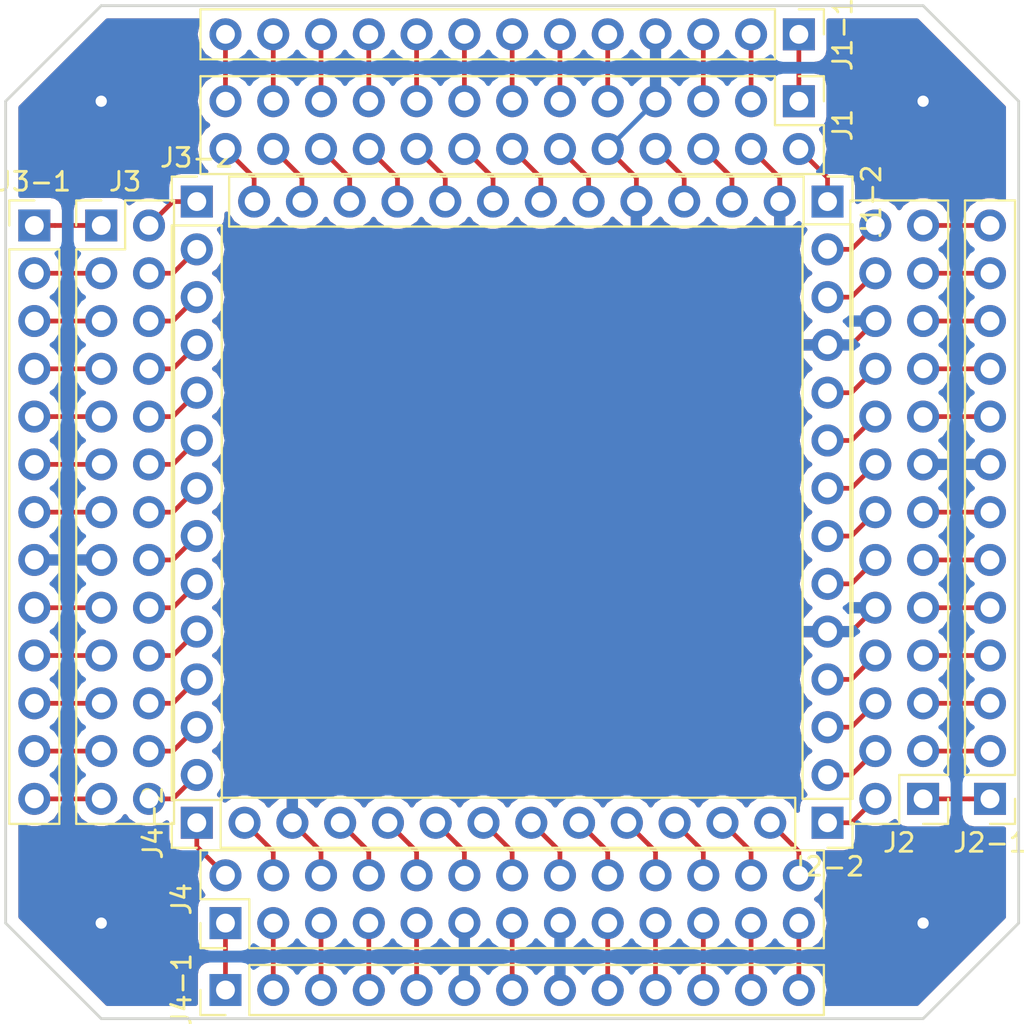
<source format=kicad_pcb>
(kicad_pcb (version 20171130) (host pcbnew "(5.0.0)")

  (general
    (thickness 1.6)
    (drawings 19)
    (tracks 194)
    (zones 0)
    (modules 12)
    (nets 85)
  )

  (page A4)
  (layers
    (0 F.Cu signal)
    (31 B.Cu signal hide)
    (32 B.Adhes user)
    (33 F.Adhes user)
    (34 B.Paste user)
    (35 F.Paste user)
    (36 B.SilkS user)
    (37 F.SilkS user hide)
    (38 B.Mask user)
    (39 F.Mask user)
    (40 Dwgs.User user hide)
    (41 Cmts.User user)
    (42 Eco1.User user)
    (43 Eco2.User user)
    (44 Edge.Cuts user)
    (45 Margin user hide)
    (46 B.CrtYd user hide)
    (47 F.CrtYd user hide)
    (48 B.Fab user hide)
    (49 F.Fab user hide)
  )

  (setup
    (last_trace_width 0.25)
    (user_trace_width 0.381)
    (user_trace_width 0.508)
    (user_trace_width 0.635)
    (user_trace_width 0.762)
    (trace_clearance 0.2)
    (zone_clearance 0.6)
    (zone_45_only no)
    (trace_min 0.2)
    (segment_width 0.2)
    (edge_width 0.15)
    (via_size 0.8)
    (via_drill 0.4)
    (via_min_size 0.4)
    (via_min_drill 0.3)
    (user_via 1 0.6)
    (uvia_size 0.3)
    (uvia_drill 0.1)
    (uvias_allowed no)
    (uvia_min_size 0.2)
    (uvia_min_drill 0.1)
    (pcb_text_width 0.3)
    (pcb_text_size 1.5 1.5)
    (mod_edge_width 0.15)
    (mod_text_size 1 1)
    (mod_text_width 0.15)
    (pad_size 1.7 1.7)
    (pad_drill 1)
    (pad_to_mask_clearance 0.2)
    (aux_axis_origin 0 0)
    (visible_elements 7FFFFFFF)
    (pcbplotparams
      (layerselection 0x01000_ffffffff)
      (usegerberextensions false)
      (usegerberattributes false)
      (usegerberadvancedattributes false)
      (creategerberjobfile false)
      (excludeedgelayer true)
      (linewidth 0.100000)
      (plotframeref false)
      (viasonmask false)
      (mode 1)
      (useauxorigin false)
      (hpglpennumber 1)
      (hpglpenspeed 20)
      (hpglpendiameter 15.000000)
      (psnegative false)
      (psa4output false)
      (plotreference true)
      (plotvalue true)
      (plotinvisibletext false)
      (padsonsilk false)
      (subtractmaskfromsilk false)
      (outputformat 1)
      (mirror false)
      (drillshape 0)
      (scaleselection 1)
      (outputdirectory "gerber/"))
  )

  (net 0 "")
  (net 1 "Net-(J2-2-Pad3)")
  (net 2 "Net-(J3-1-Pad1)")
  (net 3 "Net-(J3-2-Pad1)")
  (net 4 "Net-(J3-2-Pad2)")
  (net 5 "Net-(J3-2-Pad3)")
  (net 6 "Net-(J3-2-Pad4)")
  (net 7 "Net-(J3-2-Pad5)")
  (net 8 "Net-(J4-1-Pad9)")
  (net 9 "Net-(J4-2-Pad4)")
  (net 10 "Net-(J4-1-Pad2)")
  (net 11 "Net-(J4-2-Pad1)")
  (net 12 "Net-(J4-1-Pad1)")
  (net 13 /GND)
  (net 14 /RB1)
  (net 15 /RB0)
  (net 16 /RB3)
  (net 17 /RB2)
  (net 18 /RB5)
  (net 19 /RB4)
  (net 20 /RE8)
  (net 21 /RE9)
  (net 22 /RG9)
  (net 23 /RA0)
  (net 24 /RG8)
  (net 25 /RG7)
  (net 26 /RG6)
  (net 27 /RC4)
  (net 28 /RC3)
  (net 29 /VCC)
  (net 30 /RC2)
  (net 31 /RC1)
  (net 32 /RE7)
  (net 33 /TXP)
  (net 34 /TXN)
  (net 35 /RD1)
  (net 36 /RD2)
  (net 37 /RD3)
  (net 38 /RD13)
  (net 39 /RD12)
  (net 40 /RB7)
  (net 41 /RD5)
  (net 42 /RD4)
  (net 43 /RF1)
  (net 44 /RD7)
  (net 45 /RF0)
  (net 46 /RB6)
  (net 47 /RE0)
  (net 48 /RG12)
  (net 49 /RG14)
  (net 50 /RE2)
  (net 51 /RXN)
  (net 52 /RXP)
  (net 53 /RE3)
  (net 54 /LED1)
  (net 55 /LED2)
  (net 56 /RA9)
  (net 57 /RB8)
  (net 58 /RB10)
  (net 59 /RA10)
  (net 60 /MCLR)
  (net 61 /RB9)
  (net 62 /RB11)
  (net 63 /RA1)
  (net 64 /RB12)
  (net 65 /RF12)
  (net 66 /RB14)
  (net 67 /RB13)
  (net 68 /RD14)
  (net 69 /RB15)
  (net 70 /RF4)
  (net 71 /RF5)
  (net 72 /RD9)
  (net 73 /RD0)
  (net 74 /RA15)
  (net 75 /RD10)
  (net 76 /RA5)
  (net 77 /RA14)
  (net 78 /RA3)
  (net 79 /RA4)
  (net 80 /MCU_MOSI)
  (net 81 /MCU_SCK)
  (net 82 /RF3)
  (net 83 /RA2)
  (net 84 /MCU_MISO)

  (net_class Default "This is the default net class."
    (clearance 0.2)
    (trace_width 0.25)
    (via_dia 0.8)
    (via_drill 0.4)
    (uvia_dia 0.3)
    (uvia_drill 0.1)
    (add_net /GND)
    (add_net /LED1)
    (add_net /LED2)
    (add_net /MCLR)
    (add_net /MCU_MISO)
    (add_net /MCU_MOSI)
    (add_net /MCU_SCK)
    (add_net /RA0)
    (add_net /RA1)
    (add_net /RA10)
    (add_net /RA14)
    (add_net /RA15)
    (add_net /RA2)
    (add_net /RA3)
    (add_net /RA4)
    (add_net /RA5)
    (add_net /RA9)
    (add_net /RB0)
    (add_net /RB1)
    (add_net /RB10)
    (add_net /RB11)
    (add_net /RB12)
    (add_net /RB13)
    (add_net /RB14)
    (add_net /RB15)
    (add_net /RB2)
    (add_net /RB3)
    (add_net /RB4)
    (add_net /RB5)
    (add_net /RB6)
    (add_net /RB7)
    (add_net /RB8)
    (add_net /RB9)
    (add_net /RC1)
    (add_net /RC2)
    (add_net /RC3)
    (add_net /RC4)
    (add_net /RD0)
    (add_net /RD1)
    (add_net /RD10)
    (add_net /RD12)
    (add_net /RD13)
    (add_net /RD14)
    (add_net /RD2)
    (add_net /RD3)
    (add_net /RD4)
    (add_net /RD5)
    (add_net /RD7)
    (add_net /RD9)
    (add_net /RE0)
    (add_net /RE2)
    (add_net /RE3)
    (add_net /RE7)
    (add_net /RE8)
    (add_net /RE9)
    (add_net /RF0)
    (add_net /RF1)
    (add_net /RF12)
    (add_net /RF3)
    (add_net /RF4)
    (add_net /RF5)
    (add_net /RG12)
    (add_net /RG14)
    (add_net /RG6)
    (add_net /RG7)
    (add_net /RG8)
    (add_net /RG9)
    (add_net /RXN)
    (add_net /RXP)
    (add_net /TXN)
    (add_net /TXP)
    (add_net /VCC)
    (add_net "Net-(J2-2-Pad3)")
    (add_net "Net-(J3-1-Pad1)")
    (add_net "Net-(J3-2-Pad1)")
    (add_net "Net-(J3-2-Pad2)")
    (add_net "Net-(J3-2-Pad3)")
    (add_net "Net-(J3-2-Pad4)")
    (add_net "Net-(J3-2-Pad5)")
    (add_net "Net-(J4-1-Pad1)")
    (add_net "Net-(J4-1-Pad2)")
    (add_net "Net-(J4-1-Pad9)")
    (add_net "Net-(J4-2-Pad1)")
    (add_net "Net-(J4-2-Pad4)")
  )

  (module Connector_PinHeader_2.54mm:PinHeader_2x13_P2.54mm_Vertical (layer F.Cu) (tedit 59FED5CC) (tstamp 5C9BFCDA)
    (at 164.084 44.196 270)
    (descr "Through hole straight pin header, 2x13, 2.54mm pitch, double rows")
    (tags "Through hole pin header THT 2x13 2.54mm double row")
    (path /5C9B0ADF)
    (fp_text reference J1 (at 1.27 -2.33 270) (layer F.SilkS)
      (effects (font (size 1 1) (thickness 0.15)))
    )
    (fp_text value Conn_02x13_Odd_Even (at 1.27 32.81 270) (layer F.Fab)
      (effects (font (size 1 1) (thickness 0.15)))
    )
    (fp_text user %R (at 1.27 15.24) (layer F.Fab)
      (effects (font (size 1 1) (thickness 0.15)))
    )
    (fp_line (start 4.35 -1.8) (end -1.8 -1.8) (layer F.CrtYd) (width 0.05))
    (fp_line (start 4.35 32.25) (end 4.35 -1.8) (layer F.CrtYd) (width 0.05))
    (fp_line (start -1.8 32.25) (end 4.35 32.25) (layer F.CrtYd) (width 0.05))
    (fp_line (start -1.8 -1.8) (end -1.8 32.25) (layer F.CrtYd) (width 0.05))
    (fp_line (start -1.33 -1.33) (end 0 -1.33) (layer F.SilkS) (width 0.12))
    (fp_line (start -1.33 0) (end -1.33 -1.33) (layer F.SilkS) (width 0.12))
    (fp_line (start 1.27 -1.33) (end 3.87 -1.33) (layer F.SilkS) (width 0.12))
    (fp_line (start 1.27 1.27) (end 1.27 -1.33) (layer F.SilkS) (width 0.12))
    (fp_line (start -1.33 1.27) (end 1.27 1.27) (layer F.SilkS) (width 0.12))
    (fp_line (start 3.87 -1.33) (end 3.87 31.81) (layer F.SilkS) (width 0.12))
    (fp_line (start -1.33 1.27) (end -1.33 31.81) (layer F.SilkS) (width 0.12))
    (fp_line (start -1.33 31.81) (end 3.87 31.81) (layer F.SilkS) (width 0.12))
    (fp_line (start -1.27 0) (end 0 -1.27) (layer F.Fab) (width 0.1))
    (fp_line (start -1.27 31.75) (end -1.27 0) (layer F.Fab) (width 0.1))
    (fp_line (start 3.81 31.75) (end -1.27 31.75) (layer F.Fab) (width 0.1))
    (fp_line (start 3.81 -1.27) (end 3.81 31.75) (layer F.Fab) (width 0.1))
    (fp_line (start 0 -1.27) (end 3.81 -1.27) (layer F.Fab) (width 0.1))
    (pad 26 thru_hole oval (at 2.54 30.48 270) (size 1.7 1.7) (drill 1) (layers *.Cu *.Mask)
      (net 14 /RB1))
    (pad 25 thru_hole oval (at 0 30.48 270) (size 1.7 1.7) (drill 1) (layers *.Cu *.Mask)
      (net 15 /RB0))
    (pad 24 thru_hole oval (at 2.54 27.94 270) (size 1.7 1.7) (drill 1) (layers *.Cu *.Mask)
      (net 16 /RB3))
    (pad 23 thru_hole oval (at 0 27.94 270) (size 1.7 1.7) (drill 1) (layers *.Cu *.Mask)
      (net 17 /RB2))
    (pad 22 thru_hole oval (at 2.54 25.4 270) (size 1.7 1.7) (drill 1) (layers *.Cu *.Mask)
      (net 18 /RB5))
    (pad 21 thru_hole oval (at 0 25.4 270) (size 1.7 1.7) (drill 1) (layers *.Cu *.Mask)
      (net 19 /RB4))
    (pad 20 thru_hole oval (at 2.54 22.86 270) (size 1.7 1.7) (drill 1) (layers *.Cu *.Mask)
      (net 20 /RE8))
    (pad 19 thru_hole oval (at 0 22.86 270) (size 1.7 1.7) (drill 1) (layers *.Cu *.Mask)
      (net 21 /RE9))
    (pad 18 thru_hole oval (at 2.54 20.32 270) (size 1.7 1.7) (drill 1) (layers *.Cu *.Mask)
      (net 22 /RG9))
    (pad 17 thru_hole oval (at 0 20.32 270) (size 1.7 1.7) (drill 1) (layers *.Cu *.Mask)
      (net 23 /RA0))
    (pad 16 thru_hole oval (at 2.54 17.78 270) (size 1.7 1.7) (drill 1) (layers *.Cu *.Mask)
      (net 24 /RG8))
    (pad 15 thru_hole oval (at 0 17.78 270) (size 1.7 1.7) (drill 1) (layers *.Cu *.Mask)
      (net 25 /RG7))
    (pad 14 thru_hole oval (at 2.54 15.24 270) (size 1.7 1.7) (drill 1) (layers *.Cu *.Mask)
      (net 26 /RG6))
    (pad 13 thru_hole oval (at 0 15.24 270) (size 1.7 1.7) (drill 1) (layers *.Cu *.Mask)
      (net 27 /RC4))
    (pad 12 thru_hole oval (at 2.54 12.7 270) (size 1.7 1.7) (drill 1) (layers *.Cu *.Mask)
      (net 28 /RC3))
    (pad 11 thru_hole oval (at 0 12.7 270) (size 1.7 1.7) (drill 1) (layers *.Cu *.Mask)
      (net 29 /VCC))
    (pad 10 thru_hole oval (at 2.54 10.16 270) (size 1.7 1.7) (drill 1) (layers *.Cu *.Mask)
      (net 13 /GND))
    (pad 9 thru_hole oval (at 0 10.16 270) (size 1.7 1.7) (drill 1) (layers *.Cu *.Mask)
      (net 30 /RC2))
    (pad 8 thru_hole oval (at 2.54 7.62 270) (size 1.7 1.7) (drill 1) (layers *.Cu *.Mask)
      (net 31 /RC1))
    (pad 7 thru_hole oval (at 0 7.62 270) (size 1.7 1.7) (drill 1) (layers *.Cu *.Mask)
      (net 13 /GND))
    (pad 6 thru_hole oval (at 2.54 5.08 270) (size 1.7 1.7) (drill 1) (layers *.Cu *.Mask)
      (net 29 /VCC))
    (pad 5 thru_hole oval (at 0 5.08 270) (size 1.7 1.7) (drill 1) (layers *.Cu *.Mask)
      (net 32 /RE7))
    (pad 4 thru_hole oval (at 2.54 2.54 270) (size 1.7 1.7) (drill 1) (layers *.Cu *.Mask)
      (net 13 /GND))
    (pad 3 thru_hole oval (at 0 2.54 270) (size 1.7 1.7) (drill 1) (layers *.Cu *.Mask)
      (net 33 /TXP))
    (pad 2 thru_hole oval (at 2.54 0 270) (size 1.7 1.7) (drill 1) (layers *.Cu *.Mask)
      (net 34 /TXN))
    (pad 1 thru_hole rect (at 0 0 270) (size 1.7 1.7) (drill 1) (layers *.Cu *.Mask)
      (net 29 /VCC))
    (model ${KISYS3DMOD}/Connector_PinHeader_2.54mm.3dshapes/PinHeader_2x13_P2.54mm_Vertical.wrl
      (at (xyz 0 0 0))
      (scale (xyz 1 1 1))
      (rotate (xyz 0 0 0))
    )
  )

  (module Connector_PinHeader_2.54mm:PinHeader_1x13_P2.54mm_Vertical (layer F.Cu) (tedit 59FED5CC) (tstamp 5CA650D3)
    (at 123.444 50.8)
    (descr "Through hole straight pin header, 1x13, 2.54mm pitch, single row")
    (tags "Through hole pin header THT 1x13 2.54mm single row")
    (path /5C9AD940)
    (fp_text reference J3-1 (at 0 -2.33) (layer F.SilkS)
      (effects (font (size 1 1) (thickness 0.15)))
    )
    (fp_text value Conn_01x13_Male (at 0 32.81) (layer F.Fab)
      (effects (font (size 1 1) (thickness 0.15)))
    )
    (fp_line (start -0.635 -1.27) (end 1.27 -1.27) (layer F.Fab) (width 0.1))
    (fp_line (start 1.27 -1.27) (end 1.27 31.75) (layer F.Fab) (width 0.1))
    (fp_line (start 1.27 31.75) (end -1.27 31.75) (layer F.Fab) (width 0.1))
    (fp_line (start -1.27 31.75) (end -1.27 -0.635) (layer F.Fab) (width 0.1))
    (fp_line (start -1.27 -0.635) (end -0.635 -1.27) (layer F.Fab) (width 0.1))
    (fp_line (start -1.33 31.81) (end 1.33 31.81) (layer F.SilkS) (width 0.12))
    (fp_line (start -1.33 1.27) (end -1.33 31.81) (layer F.SilkS) (width 0.12))
    (fp_line (start 1.33 1.27) (end 1.33 31.81) (layer F.SilkS) (width 0.12))
    (fp_line (start -1.33 1.27) (end 1.33 1.27) (layer F.SilkS) (width 0.12))
    (fp_line (start -1.33 0) (end -1.33 -1.33) (layer F.SilkS) (width 0.12))
    (fp_line (start -1.33 -1.33) (end 0 -1.33) (layer F.SilkS) (width 0.12))
    (fp_line (start -1.8 -1.8) (end -1.8 32.25) (layer F.CrtYd) (width 0.05))
    (fp_line (start -1.8 32.25) (end 1.8 32.25) (layer F.CrtYd) (width 0.05))
    (fp_line (start 1.8 32.25) (end 1.8 -1.8) (layer F.CrtYd) (width 0.05))
    (fp_line (start 1.8 -1.8) (end -1.8 -1.8) (layer F.CrtYd) (width 0.05))
    (fp_text user %R (at 0 15.24 90) (layer F.Fab)
      (effects (font (size 1 1) (thickness 0.15)))
    )
    (pad 1 thru_hole rect (at 0 0) (size 1.7 1.7) (drill 1) (layers *.Cu *.Mask)
      (net 2 "Net-(J3-1-Pad1)"))
    (pad 2 thru_hole oval (at 0 2.54) (size 1.7 1.7) (drill 1) (layers *.Cu *.Mask)
      (net 54 /LED1))
    (pad 3 thru_hole oval (at 0 5.08) (size 1.7 1.7) (drill 1) (layers *.Cu *.Mask)
      (net 55 /LED2))
    (pad 4 thru_hole oval (at 0 7.62) (size 1.7 1.7) (drill 1) (layers *.Cu *.Mask)
      (net 56 /RA9))
    (pad 5 thru_hole oval (at 0 10.16) (size 1.7 1.7) (drill 1) (layers *.Cu *.Mask)
      (net 57 /RB8))
    (pad 6 thru_hole oval (at 0 12.7) (size 1.7 1.7) (drill 1) (layers *.Cu *.Mask)
      (net 58 /RB10))
    (pad 7 thru_hole oval (at 0 15.24) (size 1.7 1.7) (drill 1) (layers *.Cu *.Mask)
      (net 60 /MCLR))
    (pad 8 thru_hole oval (at 0 17.78) (size 1.7 1.7) (drill 1) (layers *.Cu *.Mask)
      (net 13 /GND))
    (pad 9 thru_hole oval (at 0 20.32) (size 1.7 1.7) (drill 1) (layers *.Cu *.Mask)
      (net 29 /VCC))
    (pad 10 thru_hole oval (at 0 22.86) (size 1.7 1.7) (drill 1) (layers *.Cu *.Mask)
      (net 64 /RB12))
    (pad 11 thru_hole oval (at 0 25.4) (size 1.7 1.7) (drill 1) (layers *.Cu *.Mask)
      (net 66 /RB14))
    (pad 12 thru_hole oval (at 0 27.94) (size 1.7 1.7) (drill 1) (layers *.Cu *.Mask)
      (net 68 /RD14))
    (pad 13 thru_hole oval (at 0 30.48) (size 1.7 1.7) (drill 1) (layers *.Cu *.Mask)
      (net 70 /RF4))
    (model ${KISYS3DMOD}/Connector_PinHeader_2.54mm.3dshapes/PinHeader_1x13_P2.54mm_Vertical.wrl
      (at (xyz 0 0 0))
      (scale (xyz 1 1 1))
      (rotate (xyz 0 0 0))
    )
  )

  (module Connector_PinHeader_2.54mm:PinHeader_1x13_P2.54mm_Vertical (layer F.Cu) (tedit 59FED5CC) (tstamp 5C9BFFDD)
    (at 165.608 82.55 180)
    (descr "Through hole straight pin header, 1x13, 2.54mm pitch, single row")
    (tags "Through hole pin header THT 1x13 2.54mm single row")
    (path /5C9A8E9D)
    (fp_text reference J2-2 (at 0 -2.33 180) (layer F.SilkS)
      (effects (font (size 1 1) (thickness 0.15)))
    )
    (fp_text value Conn_01x13_Male (at 0 32.81 180) (layer F.Fab)
      (effects (font (size 1 1) (thickness 0.15)))
    )
    (fp_line (start -0.635 -1.27) (end 1.27 -1.27) (layer F.Fab) (width 0.1))
    (fp_line (start 1.27 -1.27) (end 1.27 31.75) (layer F.Fab) (width 0.1))
    (fp_line (start 1.27 31.75) (end -1.27 31.75) (layer F.Fab) (width 0.1))
    (fp_line (start -1.27 31.75) (end -1.27 -0.635) (layer F.Fab) (width 0.1))
    (fp_line (start -1.27 -0.635) (end -0.635 -1.27) (layer F.Fab) (width 0.1))
    (fp_line (start -1.33 31.81) (end 1.33 31.81) (layer F.SilkS) (width 0.12))
    (fp_line (start -1.33 1.27) (end -1.33 31.81) (layer F.SilkS) (width 0.12))
    (fp_line (start 1.33 1.27) (end 1.33 31.81) (layer F.SilkS) (width 0.12))
    (fp_line (start -1.33 1.27) (end 1.33 1.27) (layer F.SilkS) (width 0.12))
    (fp_line (start -1.33 0) (end -1.33 -1.33) (layer F.SilkS) (width 0.12))
    (fp_line (start -1.33 -1.33) (end 0 -1.33) (layer F.SilkS) (width 0.12))
    (fp_line (start -1.8 -1.8) (end -1.8 32.25) (layer F.CrtYd) (width 0.05))
    (fp_line (start -1.8 32.25) (end 1.8 32.25) (layer F.CrtYd) (width 0.05))
    (fp_line (start 1.8 32.25) (end 1.8 -1.8) (layer F.CrtYd) (width 0.05))
    (fp_line (start 1.8 -1.8) (end -1.8 -1.8) (layer F.CrtYd) (width 0.05))
    (fp_text user %R (at 0 15.24 270) (layer F.Fab)
      (effects (font (size 1 1) (thickness 0.15)))
    )
    (pad 1 thru_hole rect (at 0 0 180) (size 1.7 1.7) (drill 1) (layers *.Cu *.Mask)
      (net 36 /RD2))
    (pad 2 thru_hole oval (at 0 2.54 180) (size 1.7 1.7) (drill 1) (layers *.Cu *.Mask)
      (net 38 /RD13))
    (pad 3 thru_hole oval (at 0 5.08 180) (size 1.7 1.7) (drill 1) (layers *.Cu *.Mask)
      (net 1 "Net-(J2-2-Pad3)"))
    (pad 4 thru_hole oval (at 0 7.62 180) (size 1.7 1.7) (drill 1) (layers *.Cu *.Mask)
      (net 41 /RD5))
    (pad 5 thru_hole oval (at 0 10.16 180) (size 1.7 1.7) (drill 1) (layers *.Cu *.Mask)
      (net 13 /GND))
    (pad 6 thru_hole oval (at 0 12.7 180) (size 1.7 1.7) (drill 1) (layers *.Cu *.Mask)
      (net 29 /VCC))
    (pad 7 thru_hole oval (at 0 15.24 180) (size 1.7 1.7) (drill 1) (layers *.Cu *.Mask)
      (net 44 /RD7))
    (pad 8 thru_hole oval (at 0 17.78 180) (size 1.7 1.7) (drill 1) (layers *.Cu *.Mask)
      (net 45 /RF0))
    (pad 9 thru_hole oval (at 0 20.32 180) (size 1.7 1.7) (drill 1) (layers *.Cu *.Mask)
      (net 47 /RE0))
    (pad 10 thru_hole oval (at 0 22.86 180) (size 1.7 1.7) (drill 1) (layers *.Cu *.Mask)
      (net 49 /RG14))
    (pad 11 thru_hole oval (at 0 25.4 180) (size 1.7 1.7) (drill 1) (layers *.Cu *.Mask)
      (net 13 /GND))
    (pad 12 thru_hole oval (at 0 27.94 180) (size 1.7 1.7) (drill 1) (layers *.Cu *.Mask)
      (net 52 /RXP))
    (pad 13 thru_hole oval (at 0 30.48 180) (size 1.7 1.7) (drill 1) (layers *.Cu *.Mask)
      (net 53 /RE3))
    (model ${KISYS3DMOD}/Connector_PinHeader_2.54mm.3dshapes/PinHeader_1x13_P2.54mm_Vertical.wrl
      (at (xyz 0 0 0))
      (scale (xyz 1 1 1))
      (rotate (xyz 0 0 0))
    )
  )

  (module Connector_PinHeader_2.54mm:PinHeader_1x13_P2.54mm_Vertical (layer F.Cu) (tedit 59FED5CC) (tstamp 5CA65185)
    (at 132.08 49.53)
    (descr "Through hole straight pin header, 1x13, 2.54mm pitch, single row")
    (tags "Through hole pin header THT 1x13 2.54mm single row")
    (path /5C9AD947)
    (fp_text reference J3-2 (at 0 -2.33) (layer F.SilkS)
      (effects (font (size 1 1) (thickness 0.15)))
    )
    (fp_text value Conn_01x13_Male (at 0 32.81) (layer F.Fab)
      (effects (font (size 1 1) (thickness 0.15)))
    )
    (fp_text user %R (at 0 15.24 90) (layer F.Fab)
      (effects (font (size 1 1) (thickness 0.15)))
    )
    (fp_line (start 1.8 -1.8) (end -1.8 -1.8) (layer F.CrtYd) (width 0.05))
    (fp_line (start 1.8 32.25) (end 1.8 -1.8) (layer F.CrtYd) (width 0.05))
    (fp_line (start -1.8 32.25) (end 1.8 32.25) (layer F.CrtYd) (width 0.05))
    (fp_line (start -1.8 -1.8) (end -1.8 32.25) (layer F.CrtYd) (width 0.05))
    (fp_line (start -1.33 -1.33) (end 0 -1.33) (layer F.SilkS) (width 0.12))
    (fp_line (start -1.33 0) (end -1.33 -1.33) (layer F.SilkS) (width 0.12))
    (fp_line (start -1.33 1.27) (end 1.33 1.27) (layer F.SilkS) (width 0.12))
    (fp_line (start 1.33 1.27) (end 1.33 31.81) (layer F.SilkS) (width 0.12))
    (fp_line (start -1.33 1.27) (end -1.33 31.81) (layer F.SilkS) (width 0.12))
    (fp_line (start -1.33 31.81) (end 1.33 31.81) (layer F.SilkS) (width 0.12))
    (fp_line (start -1.27 -0.635) (end -0.635 -1.27) (layer F.Fab) (width 0.1))
    (fp_line (start -1.27 31.75) (end -1.27 -0.635) (layer F.Fab) (width 0.1))
    (fp_line (start 1.27 31.75) (end -1.27 31.75) (layer F.Fab) (width 0.1))
    (fp_line (start 1.27 -1.27) (end 1.27 31.75) (layer F.Fab) (width 0.1))
    (fp_line (start -0.635 -1.27) (end 1.27 -1.27) (layer F.Fab) (width 0.1))
    (pad 13 thru_hole oval (at 0 30.48) (size 1.7 1.7) (drill 1) (layers *.Cu *.Mask)
      (net 71 /RF5))
    (pad 12 thru_hole oval (at 0 27.94) (size 1.7 1.7) (drill 1) (layers *.Cu *.Mask)
      (net 69 /RB15))
    (pad 11 thru_hole oval (at 0 25.4) (size 1.7 1.7) (drill 1) (layers *.Cu *.Mask)
      (net 67 /RB13))
    (pad 10 thru_hole oval (at 0 22.86) (size 1.7 1.7) (drill 1) (layers *.Cu *.Mask)
      (net 65 /RF12))
    (pad 9 thru_hole oval (at 0 20.32) (size 1.7 1.7) (drill 1) (layers *.Cu *.Mask)
      (net 63 /RA1))
    (pad 8 thru_hole oval (at 0 17.78) (size 1.7 1.7) (drill 1) (layers *.Cu *.Mask)
      (net 62 /RB11))
    (pad 7 thru_hole oval (at 0 15.24) (size 1.7 1.7) (drill 1) (layers *.Cu *.Mask)
      (net 61 /RB9))
    (pad 6 thru_hole oval (at 0 12.7) (size 1.7 1.7) (drill 1) (layers *.Cu *.Mask)
      (net 59 /RA10))
    (pad 5 thru_hole oval (at 0 10.16) (size 1.7 1.7) (drill 1) (layers *.Cu *.Mask)
      (net 7 "Net-(J3-2-Pad5)"))
    (pad 4 thru_hole oval (at 0 7.62) (size 1.7 1.7) (drill 1) (layers *.Cu *.Mask)
      (net 6 "Net-(J3-2-Pad4)"))
    (pad 3 thru_hole oval (at 0 5.08) (size 1.7 1.7) (drill 1) (layers *.Cu *.Mask)
      (net 5 "Net-(J3-2-Pad3)"))
    (pad 2 thru_hole oval (at 0 2.54) (size 1.7 1.7) (drill 1) (layers *.Cu *.Mask)
      (net 4 "Net-(J3-2-Pad2)"))
    (pad 1 thru_hole rect (at 0 0) (size 1.7 1.7) (drill 1) (layers *.Cu *.Mask)
      (net 3 "Net-(J3-2-Pad1)"))
    (model ${KISYS3DMOD}/Connector_PinHeader_2.54mm.3dshapes/PinHeader_1x13_P2.54mm_Vertical.wrl
      (at (xyz 0 0 0))
      (scale (xyz 1 1 1))
      (rotate (xyz 0 0 0))
    )
  )

  (module Connector_PinHeader_2.54mm:PinHeader_1x13_P2.54mm_Vertical (layer F.Cu) (tedit 59FED5CC) (tstamp 5C9BFE7B)
    (at 174.244 81.28 180)
    (descr "Through hole straight pin header, 1x13, 2.54mm pitch, single row")
    (tags "Through hole pin header THT 1x13 2.54mm single row")
    (path /5C9A8ED9)
    (fp_text reference J2-1 (at 0 -2.33 180) (layer F.SilkS)
      (effects (font (size 1 1) (thickness 0.15)))
    )
    (fp_text value Conn_01x13_Male (at 0 32.81 180) (layer F.Fab)
      (effects (font (size 1 1) (thickness 0.15)))
    )
    (fp_text user %R (at 0 15.24 270) (layer F.Fab)
      (effects (font (size 1 1) (thickness 0.15)))
    )
    (fp_line (start 1.8 -1.8) (end -1.8 -1.8) (layer F.CrtYd) (width 0.05))
    (fp_line (start 1.8 32.25) (end 1.8 -1.8) (layer F.CrtYd) (width 0.05))
    (fp_line (start -1.8 32.25) (end 1.8 32.25) (layer F.CrtYd) (width 0.05))
    (fp_line (start -1.8 -1.8) (end -1.8 32.25) (layer F.CrtYd) (width 0.05))
    (fp_line (start -1.33 -1.33) (end 0 -1.33) (layer F.SilkS) (width 0.12))
    (fp_line (start -1.33 0) (end -1.33 -1.33) (layer F.SilkS) (width 0.12))
    (fp_line (start -1.33 1.27) (end 1.33 1.27) (layer F.SilkS) (width 0.12))
    (fp_line (start 1.33 1.27) (end 1.33 31.81) (layer F.SilkS) (width 0.12))
    (fp_line (start -1.33 1.27) (end -1.33 31.81) (layer F.SilkS) (width 0.12))
    (fp_line (start -1.33 31.81) (end 1.33 31.81) (layer F.SilkS) (width 0.12))
    (fp_line (start -1.27 -0.635) (end -0.635 -1.27) (layer F.Fab) (width 0.1))
    (fp_line (start -1.27 31.75) (end -1.27 -0.635) (layer F.Fab) (width 0.1))
    (fp_line (start 1.27 31.75) (end -1.27 31.75) (layer F.Fab) (width 0.1))
    (fp_line (start 1.27 -1.27) (end 1.27 31.75) (layer F.Fab) (width 0.1))
    (fp_line (start -0.635 -1.27) (end 1.27 -1.27) (layer F.Fab) (width 0.1))
    (pad 13 thru_hole oval (at 0 30.48 180) (size 1.7 1.7) (drill 1) (layers *.Cu *.Mask)
      (net 29 /VCC))
    (pad 12 thru_hole oval (at 0 27.94 180) (size 1.7 1.7) (drill 1) (layers *.Cu *.Mask)
      (net 51 /RXN))
    (pad 11 thru_hole oval (at 0 25.4 180) (size 1.7 1.7) (drill 1) (layers *.Cu *.Mask)
      (net 50 /RE2))
    (pad 10 thru_hole oval (at 0 22.86 180) (size 1.7 1.7) (drill 1) (layers *.Cu *.Mask)
      (net 48 /RG12))
    (pad 9 thru_hole oval (at 0 20.32 180) (size 1.7 1.7) (drill 1) (layers *.Cu *.Mask)
      (net 46 /RB6))
    (pad 8 thru_hole oval (at 0 17.78 180) (size 1.7 1.7) (drill 1) (layers *.Cu *.Mask)
      (net 13 /GND))
    (pad 7 thru_hole oval (at 0 15.24 180) (size 1.7 1.7) (drill 1) (layers *.Cu *.Mask)
      (net 43 /RF1))
    (pad 6 thru_hole oval (at 0 12.7 180) (size 1.7 1.7) (drill 1) (layers *.Cu *.Mask)
      (net 42 /RD4))
    (pad 5 thru_hole oval (at 0 10.16 180) (size 1.7 1.7) (drill 1) (layers *.Cu *.Mask)
      (net 29 /VCC))
    (pad 4 thru_hole oval (at 0 7.62 180) (size 1.7 1.7) (drill 1) (layers *.Cu *.Mask)
      (net 40 /RB7))
    (pad 3 thru_hole oval (at 0 5.08 180) (size 1.7 1.7) (drill 1) (layers *.Cu *.Mask)
      (net 39 /RD12))
    (pad 2 thru_hole oval (at 0 2.54 180) (size 1.7 1.7) (drill 1) (layers *.Cu *.Mask)
      (net 37 /RD3))
    (pad 1 thru_hole rect (at 0 0 180) (size 1.7 1.7) (drill 1) (layers *.Cu *.Mask)
      (net 35 /RD1))
    (model ${KISYS3DMOD}/Connector_PinHeader_2.54mm.3dshapes/PinHeader_1x13_P2.54mm_Vertical.wrl
      (at (xyz 0 0 0))
      (scale (xyz 1 1 1))
      (rotate (xyz 0 0 0))
    )
  )

  (module Connector_PinHeader_2.54mm:PinHeader_1x13_P2.54mm_Vertical (layer F.Cu) (tedit 59FED5CC) (tstamp 5CA651C7)
    (at 133.604 91.44 90)
    (descr "Through hole straight pin header, 1x13, 2.54mm pitch, single row")
    (tags "Through hole pin header THT 1x13 2.54mm single row")
    (path /5C9AC933)
    (fp_text reference J4-1 (at 0 -2.33 90) (layer F.SilkS)
      (effects (font (size 1 1) (thickness 0.15)))
    )
    (fp_text value Conn_01x13_Male (at 0 32.81 90) (layer F.Fab)
      (effects (font (size 1 1) (thickness 0.15)))
    )
    (fp_line (start -0.635 -1.27) (end 1.27 -1.27) (layer F.Fab) (width 0.1))
    (fp_line (start 1.27 -1.27) (end 1.27 31.75) (layer F.Fab) (width 0.1))
    (fp_line (start 1.27 31.75) (end -1.27 31.75) (layer F.Fab) (width 0.1))
    (fp_line (start -1.27 31.75) (end -1.27 -0.635) (layer F.Fab) (width 0.1))
    (fp_line (start -1.27 -0.635) (end -0.635 -1.27) (layer F.Fab) (width 0.1))
    (fp_line (start -1.33 31.81) (end 1.33 31.81) (layer F.SilkS) (width 0.12))
    (fp_line (start -1.33 1.27) (end -1.33 31.81) (layer F.SilkS) (width 0.12))
    (fp_line (start 1.33 1.27) (end 1.33 31.81) (layer F.SilkS) (width 0.12))
    (fp_line (start -1.33 1.27) (end 1.33 1.27) (layer F.SilkS) (width 0.12))
    (fp_line (start -1.33 0) (end -1.33 -1.33) (layer F.SilkS) (width 0.12))
    (fp_line (start -1.33 -1.33) (end 0 -1.33) (layer F.SilkS) (width 0.12))
    (fp_line (start -1.8 -1.8) (end -1.8 32.25) (layer F.CrtYd) (width 0.05))
    (fp_line (start -1.8 32.25) (end 1.8 32.25) (layer F.CrtYd) (width 0.05))
    (fp_line (start 1.8 32.25) (end 1.8 -1.8) (layer F.CrtYd) (width 0.05))
    (fp_line (start 1.8 -1.8) (end -1.8 -1.8) (layer F.CrtYd) (width 0.05))
    (fp_text user %R (at 0 15.24 180) (layer F.Fab)
      (effects (font (size 1 1) (thickness 0.15)))
    )
    (pad 1 thru_hole rect (at 0 0 90) (size 1.7 1.7) (drill 1) (layers *.Cu *.Mask)
      (net 12 "Net-(J4-1-Pad1)"))
    (pad 2 thru_hole oval (at 0 2.54 90) (size 1.7 1.7) (drill 1) (layers *.Cu *.Mask)
      (net 10 "Net-(J4-1-Pad2)"))
    (pad 3 thru_hole oval (at 0 5.08 90) (size 1.7 1.7) (drill 1) (layers *.Cu *.Mask)
      (net 29 /VCC))
    (pad 4 thru_hole oval (at 0 7.62 90) (size 1.7 1.7) (drill 1) (layers *.Cu *.Mask)
      (net 84 /MCU_MISO))
    (pad 5 thru_hole oval (at 0 10.16 90) (size 1.7 1.7) (drill 1) (layers *.Cu *.Mask)
      (net 54 /LED1))
    (pad 6 thru_hole oval (at 0 12.7 90) (size 1.7 1.7) (drill 1) (layers *.Cu *.Mask)
      (net 13 /GND))
    (pad 7 thru_hole oval (at 0 15.24 90) (size 1.7 1.7) (drill 1) (layers *.Cu *.Mask)
      (net 83 /RA2))
    (pad 8 thru_hole oval (at 0 17.78 90) (size 1.7 1.7) (drill 1) (layers *.Cu *.Mask)
      (net 13 /GND))
    (pad 9 thru_hole oval (at 0 20.32 90) (size 1.7 1.7) (drill 1) (layers *.Cu *.Mask)
      (net 8 "Net-(J4-1-Pad9)"))
    (pad 10 thru_hole oval (at 0 22.86 90) (size 1.7 1.7) (drill 1) (layers *.Cu *.Mask)
      (net 79 /RA4))
    (pad 11 thru_hole oval (at 0 25.4 90) (size 1.7 1.7) (drill 1) (layers *.Cu *.Mask)
      (net 77 /RA14))
    (pad 12 thru_hole oval (at 0 27.94 90) (size 1.7 1.7) (drill 1) (layers *.Cu *.Mask)
      (net 75 /RD10))
    (pad 13 thru_hole oval (at 0 30.48 90) (size 1.7 1.7) (drill 1) (layers *.Cu *.Mask)
      (net 73 /RD0))
    (model ${KISYS3DMOD}/Connector_PinHeader_2.54mm.3dshapes/PinHeader_1x13_P2.54mm_Vertical.wrl
      (at (xyz 0 0 0))
      (scale (xyz 1 1 1))
      (rotate (xyz 0 0 0))
    )
  )

  (module Connector_PinHeader_2.54mm:PinHeader_1x13_P2.54mm_Vertical (layer F.Cu) (tedit 59FED5CC) (tstamp 5CA678AE)
    (at 165.608 49.53 270)
    (descr "Through hole straight pin header, 1x13, 2.54mm pitch, single row")
    (tags "Through hole pin header THT 1x13 2.54mm single row")
    (path /5C9B0AE6)
    (fp_text reference J1-2 (at 0 -2.33 270) (layer F.SilkS)
      (effects (font (size 1 1) (thickness 0.15)))
    )
    (fp_text value Conn_01x13_Male (at 0 32.81 270) (layer F.Fab)
      (effects (font (size 1 1) (thickness 0.15)))
    )
    (fp_line (start -0.635 -1.27) (end 1.27 -1.27) (layer F.Fab) (width 0.1))
    (fp_line (start 1.27 -1.27) (end 1.27 31.75) (layer F.Fab) (width 0.1))
    (fp_line (start 1.27 31.75) (end -1.27 31.75) (layer F.Fab) (width 0.1))
    (fp_line (start -1.27 31.75) (end -1.27 -0.635) (layer F.Fab) (width 0.1))
    (fp_line (start -1.27 -0.635) (end -0.635 -1.27) (layer F.Fab) (width 0.1))
    (fp_line (start -1.33 31.81) (end 1.33 31.81) (layer F.SilkS) (width 0.12))
    (fp_line (start -1.33 1.27) (end -1.33 31.81) (layer F.SilkS) (width 0.12))
    (fp_line (start 1.33 1.27) (end 1.33 31.81) (layer F.SilkS) (width 0.12))
    (fp_line (start -1.33 1.27) (end 1.33 1.27) (layer F.SilkS) (width 0.12))
    (fp_line (start -1.33 0) (end -1.33 -1.33) (layer F.SilkS) (width 0.12))
    (fp_line (start -1.33 -1.33) (end 0 -1.33) (layer F.SilkS) (width 0.12))
    (fp_line (start -1.8 -1.8) (end -1.8 32.25) (layer F.CrtYd) (width 0.05))
    (fp_line (start -1.8 32.25) (end 1.8 32.25) (layer F.CrtYd) (width 0.05))
    (fp_line (start 1.8 32.25) (end 1.8 -1.8) (layer F.CrtYd) (width 0.05))
    (fp_line (start 1.8 -1.8) (end -1.8 -1.8) (layer F.CrtYd) (width 0.05))
    (fp_text user %R (at 0 15.24) (layer F.Fab)
      (effects (font (size 1 1) (thickness 0.15)))
    )
    (pad 1 thru_hole rect (at 0 0 270) (size 1.7 1.7) (drill 1) (layers *.Cu *.Mask)
      (net 34 /TXN))
    (pad 2 thru_hole oval (at 0 2.54 270) (size 1.7 1.7) (drill 1) (layers *.Cu *.Mask)
      (net 13 /GND))
    (pad 3 thru_hole oval (at 0 5.08 270) (size 1.7 1.7) (drill 1) (layers *.Cu *.Mask)
      (net 29 /VCC))
    (pad 4 thru_hole oval (at 0 7.62 270) (size 1.7 1.7) (drill 1) (layers *.Cu *.Mask)
      (net 31 /RC1))
    (pad 5 thru_hole oval (at 0 10.16 270) (size 1.7 1.7) (drill 1) (layers *.Cu *.Mask)
      (net 13 /GND))
    (pad 6 thru_hole oval (at 0 12.7 270) (size 1.7 1.7) (drill 1) (layers *.Cu *.Mask)
      (net 28 /RC3))
    (pad 7 thru_hole oval (at 0 15.24 270) (size 1.7 1.7) (drill 1) (layers *.Cu *.Mask)
      (net 26 /RG6))
    (pad 8 thru_hole oval (at 0 17.78 270) (size 1.7 1.7) (drill 1) (layers *.Cu *.Mask)
      (net 24 /RG8))
    (pad 9 thru_hole oval (at 0 20.32 270) (size 1.7 1.7) (drill 1) (layers *.Cu *.Mask)
      (net 22 /RG9))
    (pad 10 thru_hole oval (at 0 22.86 270) (size 1.7 1.7) (drill 1) (layers *.Cu *.Mask)
      (net 20 /RE8))
    (pad 11 thru_hole oval (at 0 25.4 270) (size 1.7 1.7) (drill 1) (layers *.Cu *.Mask)
      (net 18 /RB5))
    (pad 12 thru_hole oval (at 0 27.94 270) (size 1.7 1.7) (drill 1) (layers *.Cu *.Mask)
      (net 16 /RB3))
    (pad 13 thru_hole oval (at 0 30.48 270) (size 1.7 1.7) (drill 1) (layers *.Cu *.Mask)
      (net 14 /RB1))
    (model ${KISYS3DMOD}/Connector_PinHeader_2.54mm.3dshapes/PinHeader_1x13_P2.54mm_Vertical.wrl
      (at (xyz 0 0 0))
      (scale (xyz 1 1 1))
      (rotate (xyz 0 0 0))
    )
  )

  (module Connector_PinHeader_2.54mm:PinHeader_1x13_P2.54mm_Vertical (layer F.Cu) (tedit 59FED5CC) (tstamp 5CA65279)
    (at 132.08 82.55 90)
    (descr "Through hole straight pin header, 1x13, 2.54mm pitch, single row")
    (tags "Through hole pin header THT 1x13 2.54mm single row")
    (path /5C9AC93A)
    (fp_text reference J4-2 (at 0 -2.33 90) (layer F.SilkS)
      (effects (font (size 1 1) (thickness 0.15)))
    )
    (fp_text value Conn_01x13_Male (at 0 32.81 90) (layer F.Fab)
      (effects (font (size 1 1) (thickness 0.15)))
    )
    (fp_text user %R (at 0 15.24 180) (layer F.Fab)
      (effects (font (size 1 1) (thickness 0.15)))
    )
    (fp_line (start 1.8 -1.8) (end -1.8 -1.8) (layer F.CrtYd) (width 0.05))
    (fp_line (start 1.8 32.25) (end 1.8 -1.8) (layer F.CrtYd) (width 0.05))
    (fp_line (start -1.8 32.25) (end 1.8 32.25) (layer F.CrtYd) (width 0.05))
    (fp_line (start -1.8 -1.8) (end -1.8 32.25) (layer F.CrtYd) (width 0.05))
    (fp_line (start -1.33 -1.33) (end 0 -1.33) (layer F.SilkS) (width 0.12))
    (fp_line (start -1.33 0) (end -1.33 -1.33) (layer F.SilkS) (width 0.12))
    (fp_line (start -1.33 1.27) (end 1.33 1.27) (layer F.SilkS) (width 0.12))
    (fp_line (start 1.33 1.27) (end 1.33 31.81) (layer F.SilkS) (width 0.12))
    (fp_line (start -1.33 1.27) (end -1.33 31.81) (layer F.SilkS) (width 0.12))
    (fp_line (start -1.33 31.81) (end 1.33 31.81) (layer F.SilkS) (width 0.12))
    (fp_line (start -1.27 -0.635) (end -0.635 -1.27) (layer F.Fab) (width 0.1))
    (fp_line (start -1.27 31.75) (end -1.27 -0.635) (layer F.Fab) (width 0.1))
    (fp_line (start 1.27 31.75) (end -1.27 31.75) (layer F.Fab) (width 0.1))
    (fp_line (start 1.27 -1.27) (end 1.27 31.75) (layer F.Fab) (width 0.1))
    (fp_line (start -0.635 -1.27) (end 1.27 -1.27) (layer F.Fab) (width 0.1))
    (pad 13 thru_hole oval (at 0 30.48 90) (size 1.7 1.7) (drill 1) (layers *.Cu *.Mask)
      (net 72 /RD9))
    (pad 12 thru_hole oval (at 0 27.94 90) (size 1.7 1.7) (drill 1) (layers *.Cu *.Mask)
      (net 74 /RA15))
    (pad 11 thru_hole oval (at 0 25.4 90) (size 1.7 1.7) (drill 1) (layers *.Cu *.Mask)
      (net 76 /RA5))
    (pad 10 thru_hole oval (at 0 22.86 90) (size 1.7 1.7) (drill 1) (layers *.Cu *.Mask)
      (net 78 /RA3))
    (pad 9 thru_hole oval (at 0 20.32 90) (size 1.7 1.7) (drill 1) (layers *.Cu *.Mask)
      (net 80 /MCU_MOSI))
    (pad 8 thru_hole oval (at 0 17.78 90) (size 1.7 1.7) (drill 1) (layers *.Cu *.Mask)
      (net 81 /MCU_SCK))
    (pad 7 thru_hole oval (at 0 15.24 90) (size 1.7 1.7) (drill 1) (layers *.Cu *.Mask)
      (net 82 /RF3))
    (pad 6 thru_hole oval (at 0 12.7 90) (size 1.7 1.7) (drill 1) (layers *.Cu *.Mask)
      (net 29 /VCC))
    (pad 5 thru_hole oval (at 0 10.16 90) (size 1.7 1.7) (drill 1) (layers *.Cu *.Mask)
      (net 55 /LED2))
    (pad 4 thru_hole oval (at 0 7.62 90) (size 1.7 1.7) (drill 1) (layers *.Cu *.Mask)
      (net 9 "Net-(J4-2-Pad4)"))
    (pad 3 thru_hole oval (at 0 5.08 90) (size 1.7 1.7) (drill 1) (layers *.Cu *.Mask)
      (net 13 /GND))
    (pad 2 thru_hole oval (at 0 2.54 90) (size 1.7 1.7) (drill 1) (layers *.Cu *.Mask)
      (net 29 /VCC))
    (pad 1 thru_hole rect (at 0 0 90) (size 1.7 1.7) (drill 1) (layers *.Cu *.Mask)
      (net 11 "Net-(J4-2-Pad1)"))
    (model ${KISYS3DMOD}/Connector_PinHeader_2.54mm.3dshapes/PinHeader_1x13_P2.54mm_Vertical.wrl
      (at (xyz 0 0 0))
      (scale (xyz 1 1 1))
      (rotate (xyz 0 0 0))
    )
  )

  (module Connector_PinHeader_2.54mm:PinHeader_1x13_P2.54mm_Vertical (layer F.Cu) (tedit 59FED5CC) (tstamp 5CA6529A)
    (at 164.084 40.64 270)
    (descr "Through hole straight pin header, 1x13, 2.54mm pitch, single row")
    (tags "Through hole pin header THT 1x13 2.54mm single row")
    (path /5C9B0AED)
    (fp_text reference J1-1 (at 0 -2.33 270) (layer F.SilkS)
      (effects (font (size 1 1) (thickness 0.15)))
    )
    (fp_text value Conn_01x13_Male (at 0 32.81 270) (layer F.Fab)
      (effects (font (size 1 1) (thickness 0.15)))
    )
    (fp_text user %R (at 0 15.24) (layer F.Fab)
      (effects (font (size 1 1) (thickness 0.15)))
    )
    (fp_line (start 1.8 -1.8) (end -1.8 -1.8) (layer F.CrtYd) (width 0.05))
    (fp_line (start 1.8 32.25) (end 1.8 -1.8) (layer F.CrtYd) (width 0.05))
    (fp_line (start -1.8 32.25) (end 1.8 32.25) (layer F.CrtYd) (width 0.05))
    (fp_line (start -1.8 -1.8) (end -1.8 32.25) (layer F.CrtYd) (width 0.05))
    (fp_line (start -1.33 -1.33) (end 0 -1.33) (layer F.SilkS) (width 0.12))
    (fp_line (start -1.33 0) (end -1.33 -1.33) (layer F.SilkS) (width 0.12))
    (fp_line (start -1.33 1.27) (end 1.33 1.27) (layer F.SilkS) (width 0.12))
    (fp_line (start 1.33 1.27) (end 1.33 31.81) (layer F.SilkS) (width 0.12))
    (fp_line (start -1.33 1.27) (end -1.33 31.81) (layer F.SilkS) (width 0.12))
    (fp_line (start -1.33 31.81) (end 1.33 31.81) (layer F.SilkS) (width 0.12))
    (fp_line (start -1.27 -0.635) (end -0.635 -1.27) (layer F.Fab) (width 0.1))
    (fp_line (start -1.27 31.75) (end -1.27 -0.635) (layer F.Fab) (width 0.1))
    (fp_line (start 1.27 31.75) (end -1.27 31.75) (layer F.Fab) (width 0.1))
    (fp_line (start 1.27 -1.27) (end 1.27 31.75) (layer F.Fab) (width 0.1))
    (fp_line (start -0.635 -1.27) (end 1.27 -1.27) (layer F.Fab) (width 0.1))
    (pad 13 thru_hole oval (at 0 30.48 270) (size 1.7 1.7) (drill 1) (layers *.Cu *.Mask)
      (net 15 /RB0))
    (pad 12 thru_hole oval (at 0 27.94 270) (size 1.7 1.7) (drill 1) (layers *.Cu *.Mask)
      (net 17 /RB2))
    (pad 11 thru_hole oval (at 0 25.4 270) (size 1.7 1.7) (drill 1) (layers *.Cu *.Mask)
      (net 19 /RB4))
    (pad 10 thru_hole oval (at 0 22.86 270) (size 1.7 1.7) (drill 1) (layers *.Cu *.Mask)
      (net 21 /RE9))
    (pad 9 thru_hole oval (at 0 20.32 270) (size 1.7 1.7) (drill 1) (layers *.Cu *.Mask)
      (net 23 /RA0))
    (pad 8 thru_hole oval (at 0 17.78 270) (size 1.7 1.7) (drill 1) (layers *.Cu *.Mask)
      (net 25 /RG7))
    (pad 7 thru_hole oval (at 0 15.24 270) (size 1.7 1.7) (drill 1) (layers *.Cu *.Mask)
      (net 27 /RC4))
    (pad 6 thru_hole oval (at 0 12.7 270) (size 1.7 1.7) (drill 1) (layers *.Cu *.Mask)
      (net 29 /VCC))
    (pad 5 thru_hole oval (at 0 10.16 270) (size 1.7 1.7) (drill 1) (layers *.Cu *.Mask)
      (net 30 /RC2))
    (pad 4 thru_hole oval (at 0 7.62 270) (size 1.7 1.7) (drill 1) (layers *.Cu *.Mask)
      (net 13 /GND))
    (pad 3 thru_hole oval (at 0 5.08 270) (size 1.7 1.7) (drill 1) (layers *.Cu *.Mask)
      (net 32 /RE7))
    (pad 2 thru_hole oval (at 0 2.54 270) (size 1.7 1.7) (drill 1) (layers *.Cu *.Mask)
      (net 33 /TXP))
    (pad 1 thru_hole rect (at 0 0 270) (size 1.7 1.7) (drill 1) (layers *.Cu *.Mask)
      (net 29 /VCC))
    (model ${KISYS3DMOD}/Connector_PinHeader_2.54mm.3dshapes/PinHeader_1x13_P2.54mm_Vertical.wrl
      (at (xyz 0 0 0))
      (scale (xyz 1 1 1))
      (rotate (xyz 0 0 0))
    )
  )

  (module Connector_PinHeader_2.54mm:PinHeader_2x13_P2.54mm_Vertical (layer F.Cu) (tedit 59FED5CC) (tstamp 5CA65B56)
    (at 127 50.8)
    (descr "Through hole straight pin header, 2x13, 2.54mm pitch, double rows")
    (tags "Through hole pin header THT 2x13 2.54mm double row")
    (path /5C9AD939)
    (fp_text reference J3 (at 1.27 -2.33) (layer F.SilkS)
      (effects (font (size 1 1) (thickness 0.15)))
    )
    (fp_text value Conn_02x13_Odd_Even (at 1.27 32.81) (layer F.Fab)
      (effects (font (size 1 1) (thickness 0.15)))
    )
    (fp_line (start 0 -1.27) (end 3.81 -1.27) (layer F.Fab) (width 0.1))
    (fp_line (start 3.81 -1.27) (end 3.81 31.75) (layer F.Fab) (width 0.1))
    (fp_line (start 3.81 31.75) (end -1.27 31.75) (layer F.Fab) (width 0.1))
    (fp_line (start -1.27 31.75) (end -1.27 0) (layer F.Fab) (width 0.1))
    (fp_line (start -1.27 0) (end 0 -1.27) (layer F.Fab) (width 0.1))
    (fp_line (start -1.33 31.81) (end 3.87 31.81) (layer F.SilkS) (width 0.12))
    (fp_line (start -1.33 1.27) (end -1.33 31.81) (layer F.SilkS) (width 0.12))
    (fp_line (start 3.87 -1.33) (end 3.87 31.81) (layer F.SilkS) (width 0.12))
    (fp_line (start -1.33 1.27) (end 1.27 1.27) (layer F.SilkS) (width 0.12))
    (fp_line (start 1.27 1.27) (end 1.27 -1.33) (layer F.SilkS) (width 0.12))
    (fp_line (start 1.27 -1.33) (end 3.87 -1.33) (layer F.SilkS) (width 0.12))
    (fp_line (start -1.33 0) (end -1.33 -1.33) (layer F.SilkS) (width 0.12))
    (fp_line (start -1.33 -1.33) (end 0 -1.33) (layer F.SilkS) (width 0.12))
    (fp_line (start -1.8 -1.8) (end -1.8 32.25) (layer F.CrtYd) (width 0.05))
    (fp_line (start -1.8 32.25) (end 4.35 32.25) (layer F.CrtYd) (width 0.05))
    (fp_line (start 4.35 32.25) (end 4.35 -1.8) (layer F.CrtYd) (width 0.05))
    (fp_line (start 4.35 -1.8) (end -1.8 -1.8) (layer F.CrtYd) (width 0.05))
    (fp_text user %R (at 1.27 15.24 90) (layer F.Fab)
      (effects (font (size 1 1) (thickness 0.15)))
    )
    (pad 1 thru_hole rect (at 0 0) (size 1.7 1.7) (drill 1) (layers *.Cu *.Mask)
      (net 2 "Net-(J3-1-Pad1)"))
    (pad 2 thru_hole oval (at 2.54 0) (size 1.7 1.7) (drill 1) (layers *.Cu *.Mask)
      (net 3 "Net-(J3-2-Pad1)"))
    (pad 3 thru_hole oval (at 0 2.54) (size 1.7 1.7) (drill 1) (layers *.Cu *.Mask)
      (net 54 /LED1))
    (pad 4 thru_hole oval (at 2.54 2.54) (size 1.7 1.7) (drill 1) (layers *.Cu *.Mask)
      (net 4 "Net-(J3-2-Pad2)"))
    (pad 5 thru_hole oval (at 0 5.08) (size 1.7 1.7) (drill 1) (layers *.Cu *.Mask)
      (net 55 /LED2))
    (pad 6 thru_hole oval (at 2.54 5.08) (size 1.7 1.7) (drill 1) (layers *.Cu *.Mask)
      (net 5 "Net-(J3-2-Pad3)"))
    (pad 7 thru_hole oval (at 0 7.62) (size 1.7 1.7) (drill 1) (layers *.Cu *.Mask)
      (net 56 /RA9))
    (pad 8 thru_hole oval (at 2.54 7.62) (size 1.7 1.7) (drill 1) (layers *.Cu *.Mask)
      (net 6 "Net-(J3-2-Pad4)"))
    (pad 9 thru_hole oval (at 0 10.16) (size 1.7 1.7) (drill 1) (layers *.Cu *.Mask)
      (net 57 /RB8))
    (pad 10 thru_hole oval (at 2.54 10.16) (size 1.7 1.7) (drill 1) (layers *.Cu *.Mask)
      (net 7 "Net-(J3-2-Pad5)"))
    (pad 11 thru_hole oval (at 0 12.7) (size 1.7 1.7) (drill 1) (layers *.Cu *.Mask)
      (net 58 /RB10))
    (pad 12 thru_hole oval (at 2.54 12.7) (size 1.7 1.7) (drill 1) (layers *.Cu *.Mask)
      (net 59 /RA10))
    (pad 13 thru_hole oval (at 0 15.24) (size 1.7 1.7) (drill 1) (layers *.Cu *.Mask)
      (net 60 /MCLR))
    (pad 14 thru_hole oval (at 2.54 15.24) (size 1.7 1.7) (drill 1) (layers *.Cu *.Mask)
      (net 61 /RB9))
    (pad 15 thru_hole oval (at 0 17.78) (size 1.7 1.7) (drill 1) (layers *.Cu *.Mask)
      (net 13 /GND))
    (pad 16 thru_hole oval (at 2.54 17.78) (size 1.7 1.7) (drill 1) (layers *.Cu *.Mask)
      (net 62 /RB11))
    (pad 17 thru_hole oval (at 0 20.32) (size 1.7 1.7) (drill 1) (layers *.Cu *.Mask)
      (net 29 /VCC))
    (pad 18 thru_hole oval (at 2.54 20.32) (size 1.7 1.7) (drill 1) (layers *.Cu *.Mask)
      (net 63 /RA1))
    (pad 19 thru_hole oval (at 0 22.86) (size 1.7 1.7) (drill 1) (layers *.Cu *.Mask)
      (net 64 /RB12))
    (pad 20 thru_hole oval (at 2.54 22.86) (size 1.7 1.7) (drill 1) (layers *.Cu *.Mask)
      (net 65 /RF12))
    (pad 21 thru_hole oval (at 0 25.4) (size 1.7 1.7) (drill 1) (layers *.Cu *.Mask)
      (net 66 /RB14))
    (pad 22 thru_hole oval (at 2.54 25.4) (size 1.7 1.7) (drill 1) (layers *.Cu *.Mask)
      (net 67 /RB13))
    (pad 23 thru_hole oval (at 0 27.94) (size 1.7 1.7) (drill 1) (layers *.Cu *.Mask)
      (net 68 /RD14))
    (pad 24 thru_hole oval (at 2.54 27.94) (size 1.7 1.7) (drill 1) (layers *.Cu *.Mask)
      (net 69 /RB15))
    (pad 25 thru_hole oval (at 0 30.48) (size 1.7 1.7) (drill 1) (layers *.Cu *.Mask)
      (net 70 /RF4))
    (pad 26 thru_hole oval (at 2.54 30.48) (size 1.7 1.7) (drill 1) (layers *.Cu *.Mask)
      (net 71 /RF5))
    (model ${KISYS3DMOD}/Connector_PinHeader_2.54mm.3dshapes/PinHeader_2x13_P2.54mm_Vertical.wrl
      (at (xyz 0 0 0))
      (scale (xyz 1 1 1))
      (rotate (xyz 0 0 0))
    )
  )

  (module Connector_PinHeader_2.54mm:PinHeader_2x13_P2.54mm_Vertical (layer F.Cu) (tedit 59FED5CC) (tstamp 5CA65B85)
    (at 170.688 81.28 180)
    (descr "Through hole straight pin header, 2x13, 2.54mm pitch, double rows")
    (tags "Through hole pin header THT 2x13 2.54mm double row")
    (path /5C9A7CFD)
    (fp_text reference J2 (at 1.27 -2.33 180) (layer F.SilkS)
      (effects (font (size 1 1) (thickness 0.15)))
    )
    (fp_text value Conn_02x13_Odd_Even (at 1.27 32.81 180) (layer F.Fab)
      (effects (font (size 1 1) (thickness 0.15)))
    )
    (fp_line (start 0 -1.27) (end 3.81 -1.27) (layer F.Fab) (width 0.1))
    (fp_line (start 3.81 -1.27) (end 3.81 31.75) (layer F.Fab) (width 0.1))
    (fp_line (start 3.81 31.75) (end -1.27 31.75) (layer F.Fab) (width 0.1))
    (fp_line (start -1.27 31.75) (end -1.27 0) (layer F.Fab) (width 0.1))
    (fp_line (start -1.27 0) (end 0 -1.27) (layer F.Fab) (width 0.1))
    (fp_line (start -1.33 31.81) (end 3.87 31.81) (layer F.SilkS) (width 0.12))
    (fp_line (start -1.33 1.27) (end -1.33 31.81) (layer F.SilkS) (width 0.12))
    (fp_line (start 3.87 -1.33) (end 3.87 31.81) (layer F.SilkS) (width 0.12))
    (fp_line (start -1.33 1.27) (end 1.27 1.27) (layer F.SilkS) (width 0.12))
    (fp_line (start 1.27 1.27) (end 1.27 -1.33) (layer F.SilkS) (width 0.12))
    (fp_line (start 1.27 -1.33) (end 3.87 -1.33) (layer F.SilkS) (width 0.12))
    (fp_line (start -1.33 0) (end -1.33 -1.33) (layer F.SilkS) (width 0.12))
    (fp_line (start -1.33 -1.33) (end 0 -1.33) (layer F.SilkS) (width 0.12))
    (fp_line (start -1.8 -1.8) (end -1.8 32.25) (layer F.CrtYd) (width 0.05))
    (fp_line (start -1.8 32.25) (end 4.35 32.25) (layer F.CrtYd) (width 0.05))
    (fp_line (start 4.35 32.25) (end 4.35 -1.8) (layer F.CrtYd) (width 0.05))
    (fp_line (start 4.35 -1.8) (end -1.8 -1.8) (layer F.CrtYd) (width 0.05))
    (fp_text user %R (at 1.27 15.24 270) (layer F.Fab)
      (effects (font (size 1 1) (thickness 0.15)))
    )
    (pad 1 thru_hole rect (at 0 0 180) (size 1.7 1.7) (drill 1) (layers *.Cu *.Mask)
      (net 35 /RD1))
    (pad 2 thru_hole oval (at 2.54 0 180) (size 1.7 1.7) (drill 1) (layers *.Cu *.Mask)
      (net 36 /RD2))
    (pad 3 thru_hole oval (at 0 2.54 180) (size 1.7 1.7) (drill 1) (layers *.Cu *.Mask)
      (net 37 /RD3))
    (pad 4 thru_hole oval (at 2.54 2.54 180) (size 1.7 1.7) (drill 1) (layers *.Cu *.Mask)
      (net 38 /RD13))
    (pad 5 thru_hole oval (at 0 5.08 180) (size 1.7 1.7) (drill 1) (layers *.Cu *.Mask)
      (net 39 /RD12))
    (pad 6 thru_hole oval (at 2.54 5.08 180) (size 1.7 1.7) (drill 1) (layers *.Cu *.Mask)
      (net 1 "Net-(J2-2-Pad3)"))
    (pad 7 thru_hole oval (at 0 7.62 180) (size 1.7 1.7) (drill 1) (layers *.Cu *.Mask)
      (net 40 /RB7))
    (pad 8 thru_hole oval (at 2.54 7.62 180) (size 1.7 1.7) (drill 1) (layers *.Cu *.Mask)
      (net 41 /RD5))
    (pad 9 thru_hole oval (at 0 10.16 180) (size 1.7 1.7) (drill 1) (layers *.Cu *.Mask)
      (net 29 /VCC))
    (pad 10 thru_hole oval (at 2.54 10.16 180) (size 1.7 1.7) (drill 1) (layers *.Cu *.Mask)
      (net 13 /GND))
    (pad 11 thru_hole oval (at 0 12.7 180) (size 1.7 1.7) (drill 1) (layers *.Cu *.Mask)
      (net 42 /RD4))
    (pad 12 thru_hole oval (at 2.54 12.7 180) (size 1.7 1.7) (drill 1) (layers *.Cu *.Mask)
      (net 29 /VCC))
    (pad 13 thru_hole oval (at 0 15.24 180) (size 1.7 1.7) (drill 1) (layers *.Cu *.Mask)
      (net 43 /RF1))
    (pad 14 thru_hole oval (at 2.54 15.24 180) (size 1.7 1.7) (drill 1) (layers *.Cu *.Mask)
      (net 44 /RD7))
    (pad 15 thru_hole oval (at 0 17.78 180) (size 1.7 1.7) (drill 1) (layers *.Cu *.Mask)
      (net 13 /GND))
    (pad 16 thru_hole oval (at 2.54 17.78 180) (size 1.7 1.7) (drill 1) (layers *.Cu *.Mask)
      (net 45 /RF0))
    (pad 17 thru_hole oval (at 0 20.32 180) (size 1.7 1.7) (drill 1) (layers *.Cu *.Mask)
      (net 46 /RB6))
    (pad 18 thru_hole oval (at 2.54 20.32 180) (size 1.7 1.7) (drill 1) (layers *.Cu *.Mask)
      (net 47 /RE0))
    (pad 19 thru_hole oval (at 0 22.86 180) (size 1.7 1.7) (drill 1) (layers *.Cu *.Mask)
      (net 48 /RG12))
    (pad 20 thru_hole oval (at 2.54 22.86 180) (size 1.7 1.7) (drill 1) (layers *.Cu *.Mask)
      (net 49 /RG14))
    (pad 21 thru_hole oval (at 0 25.4 180) (size 1.7 1.7) (drill 1) (layers *.Cu *.Mask)
      (net 50 /RE2))
    (pad 22 thru_hole oval (at 2.54 25.4 180) (size 1.7 1.7) (drill 1) (layers *.Cu *.Mask)
      (net 13 /GND))
    (pad 23 thru_hole oval (at 0 27.94 180) (size 1.7 1.7) (drill 1) (layers *.Cu *.Mask)
      (net 51 /RXN))
    (pad 24 thru_hole oval (at 2.54 27.94 180) (size 1.7 1.7) (drill 1) (layers *.Cu *.Mask)
      (net 52 /RXP))
    (pad 25 thru_hole oval (at 0 30.48 180) (size 1.7 1.7) (drill 1) (layers *.Cu *.Mask)
      (net 29 /VCC))
    (pad 26 thru_hole oval (at 2.54 30.48 180) (size 1.7 1.7) (drill 1) (layers *.Cu *.Mask)
      (net 53 /RE3))
    (model ${KISYS3DMOD}/Connector_PinHeader_2.54mm.3dshapes/PinHeader_2x13_P2.54mm_Vertical.wrl
      (at (xyz 0 0 0))
      (scale (xyz 1 1 1))
      (rotate (xyz 0 0 0))
    )
  )

  (module Connector_PinHeader_2.54mm:PinHeader_2x13_P2.54mm_Vertical (layer F.Cu) (tedit 59FED5CC) (tstamp 5CA67713)
    (at 133.604 87.884 90)
    (descr "Through hole straight pin header, 2x13, 2.54mm pitch, double rows")
    (tags "Through hole pin header THT 2x13 2.54mm double row")
    (path /5C9AC92C)
    (fp_text reference J4 (at 1.27 -2.33 90) (layer F.SilkS)
      (effects (font (size 1 1) (thickness 0.15)))
    )
    (fp_text value Conn_02x13_Odd_Even (at 1.27 32.81 90) (layer F.Fab)
      (effects (font (size 1 1) (thickness 0.15)))
    )
    (fp_text user %R (at 1.27 15.24 180) (layer F.Fab)
      (effects (font (size 1 1) (thickness 0.15)))
    )
    (fp_line (start 4.35 -1.8) (end -1.8 -1.8) (layer F.CrtYd) (width 0.05))
    (fp_line (start 4.35 32.25) (end 4.35 -1.8) (layer F.CrtYd) (width 0.05))
    (fp_line (start -1.8 32.25) (end 4.35 32.25) (layer F.CrtYd) (width 0.05))
    (fp_line (start -1.8 -1.8) (end -1.8 32.25) (layer F.CrtYd) (width 0.05))
    (fp_line (start -1.33 -1.33) (end 0 -1.33) (layer F.SilkS) (width 0.12))
    (fp_line (start -1.33 0) (end -1.33 -1.33) (layer F.SilkS) (width 0.12))
    (fp_line (start 1.27 -1.33) (end 3.87 -1.33) (layer F.SilkS) (width 0.12))
    (fp_line (start 1.27 1.27) (end 1.27 -1.33) (layer F.SilkS) (width 0.12))
    (fp_line (start -1.33 1.27) (end 1.27 1.27) (layer F.SilkS) (width 0.12))
    (fp_line (start 3.87 -1.33) (end 3.87 31.81) (layer F.SilkS) (width 0.12))
    (fp_line (start -1.33 1.27) (end -1.33 31.81) (layer F.SilkS) (width 0.12))
    (fp_line (start -1.33 31.81) (end 3.87 31.81) (layer F.SilkS) (width 0.12))
    (fp_line (start -1.27 0) (end 0 -1.27) (layer F.Fab) (width 0.1))
    (fp_line (start -1.27 31.75) (end -1.27 0) (layer F.Fab) (width 0.1))
    (fp_line (start 3.81 31.75) (end -1.27 31.75) (layer F.Fab) (width 0.1))
    (fp_line (start 3.81 -1.27) (end 3.81 31.75) (layer F.Fab) (width 0.1))
    (fp_line (start 0 -1.27) (end 3.81 -1.27) (layer F.Fab) (width 0.1))
    (pad 26 thru_hole oval (at 2.54 30.48 90) (size 1.7 1.7) (drill 1) (layers *.Cu *.Mask)
      (net 72 /RD9))
    (pad 25 thru_hole oval (at 0 30.48 90) (size 1.7 1.7) (drill 1) (layers *.Cu *.Mask)
      (net 73 /RD0))
    (pad 24 thru_hole oval (at 2.54 27.94 90) (size 1.7 1.7) (drill 1) (layers *.Cu *.Mask)
      (net 74 /RA15))
    (pad 23 thru_hole oval (at 0 27.94 90) (size 1.7 1.7) (drill 1) (layers *.Cu *.Mask)
      (net 75 /RD10))
    (pad 22 thru_hole oval (at 2.54 25.4 90) (size 1.7 1.7) (drill 1) (layers *.Cu *.Mask)
      (net 76 /RA5))
    (pad 21 thru_hole oval (at 0 25.4 90) (size 1.7 1.7) (drill 1) (layers *.Cu *.Mask)
      (net 77 /RA14))
    (pad 20 thru_hole oval (at 2.54 22.86 90) (size 1.7 1.7) (drill 1) (layers *.Cu *.Mask)
      (net 78 /RA3))
    (pad 19 thru_hole oval (at 0 22.86 90) (size 1.7 1.7) (drill 1) (layers *.Cu *.Mask)
      (net 79 /RA4))
    (pad 18 thru_hole oval (at 2.54 20.32 90) (size 1.7 1.7) (drill 1) (layers *.Cu *.Mask)
      (net 80 /MCU_MOSI))
    (pad 17 thru_hole oval (at 0 20.32 90) (size 1.7 1.7) (drill 1) (layers *.Cu *.Mask)
      (net 8 "Net-(J4-1-Pad9)"))
    (pad 16 thru_hole oval (at 2.54 17.78 90) (size 1.7 1.7) (drill 1) (layers *.Cu *.Mask)
      (net 81 /MCU_SCK))
    (pad 15 thru_hole oval (at 0 17.78 90) (size 1.7 1.7) (drill 1) (layers *.Cu *.Mask)
      (net 13 /GND))
    (pad 14 thru_hole oval (at 2.54 15.24 90) (size 1.7 1.7) (drill 1) (layers *.Cu *.Mask)
      (net 82 /RF3))
    (pad 13 thru_hole oval (at 0 15.24 90) (size 1.7 1.7) (drill 1) (layers *.Cu *.Mask)
      (net 83 /RA2))
    (pad 12 thru_hole oval (at 2.54 12.7 90) (size 1.7 1.7) (drill 1) (layers *.Cu *.Mask)
      (net 29 /VCC))
    (pad 11 thru_hole oval (at 0 12.7 90) (size 1.7 1.7) (drill 1) (layers *.Cu *.Mask)
      (net 13 /GND))
    (pad 10 thru_hole oval (at 2.54 10.16 90) (size 1.7 1.7) (drill 1) (layers *.Cu *.Mask)
      (net 55 /LED2))
    (pad 9 thru_hole oval (at 0 10.16 90) (size 1.7 1.7) (drill 1) (layers *.Cu *.Mask)
      (net 54 /LED1))
    (pad 8 thru_hole oval (at 2.54 7.62 90) (size 1.7 1.7) (drill 1) (layers *.Cu *.Mask)
      (net 9 "Net-(J4-2-Pad4)"))
    (pad 7 thru_hole oval (at 0 7.62 90) (size 1.7 1.7) (drill 1) (layers *.Cu *.Mask)
      (net 84 /MCU_MISO))
    (pad 6 thru_hole oval (at 2.54 5.08 90) (size 1.7 1.7) (drill 1) (layers *.Cu *.Mask)
      (net 13 /GND))
    (pad 5 thru_hole oval (at 0 5.08 90) (size 1.7 1.7) (drill 1) (layers *.Cu *.Mask)
      (net 29 /VCC))
    (pad 4 thru_hole oval (at 2.54 2.54 90) (size 1.7 1.7) (drill 1) (layers *.Cu *.Mask)
      (net 29 /VCC))
    (pad 3 thru_hole oval (at 0 2.54 90) (size 1.7 1.7) (drill 1) (layers *.Cu *.Mask)
      (net 10 "Net-(J4-1-Pad2)"))
    (pad 2 thru_hole oval (at 2.54 0 90) (size 1.7 1.7) (drill 1) (layers *.Cu *.Mask)
      (net 11 "Net-(J4-2-Pad1)"))
    (pad 1 thru_hole rect (at 0 0 90) (size 1.7 1.7) (drill 1) (layers *.Cu *.Mask)
      (net 12 "Net-(J4-1-Pad1)"))
    (model ${KISYS3DMOD}/Connector_PinHeader_2.54mm.3dshapes/PinHeader_2x13_P2.54mm_Vertical.wrl
      (at (xyz 0 0 0))
      (scale (xyz 1 1 1))
      (rotate (xyz 0 0 0))
    )
  )

  (gr_text PB1 (at 149.5 76) (layer F.Cu)
    (effects (font (size 1.5 1.5) (thickness 0.3)))
  )
  (dimension 53.848 (width 0.3) (layer Dwgs.User)
    (gr_text "53,848 mm" (at 148.844 115.384) (layer Dwgs.User)
      (effects (font (size 1.5 1.5) (thickness 0.3)))
    )
    (feature1 (pts (xy 175.768 92.964) (xy 175.768 113.870421)))
    (feature2 (pts (xy 121.92 92.964) (xy 121.92 113.870421)))
    (crossbar (pts (xy 121.92 113.284) (xy 175.768 113.284)))
    (arrow1a (pts (xy 175.768 113.284) (xy 174.641496 113.870421)))
    (arrow1b (pts (xy 175.768 113.284) (xy 174.641496 112.697579)))
    (arrow2a (pts (xy 121.92 113.284) (xy 123.046504 113.870421)))
    (arrow2b (pts (xy 121.92 113.284) (xy 123.046504 112.697579)))
  )
  (dimension 53.848 (width 0.3) (layer Dwgs.User)
    (gr_text "53,848 mm" (at 105.088 66.04 270) (layer Dwgs.User)
      (effects (font (size 1.5 1.5) (thickness 0.3)))
    )
    (feature1 (pts (xy 121.92 92.964) (xy 106.601579 92.964)))
    (feature2 (pts (xy 121.92 39.116) (xy 106.601579 39.116)))
    (crossbar (pts (xy 107.188 39.116) (xy 107.188 92.964)))
    (arrow1a (pts (xy 107.188 92.964) (xy 106.601579 91.837496)))
    (arrow1b (pts (xy 107.188 92.964) (xy 107.774421 91.837496)))
    (arrow2a (pts (xy 107.188 39.116) (xy 106.601579 40.242504)))
    (arrow2b (pts (xy 107.188 39.116) (xy 107.774421 40.242504)))
  )
  (gr_line (start 121.92 87.884) (end 121.92 44.196) (layer Edge.Cuts) (width 0.15))
  (gr_line (start 127 92.964) (end 121.92 87.884) (layer Edge.Cuts) (width 0.15))
  (gr_line (start 170.688 92.964) (end 127 92.964) (layer Edge.Cuts) (width 0.15))
  (gr_line (start 175.768 87.884) (end 170.688 92.964) (layer Edge.Cuts) (width 0.15))
  (gr_line (start 175.768 44.196) (end 175.768 87.884) (layer Edge.Cuts) (width 0.15))
  (gr_line (start 170.688 39.116) (end 175.768 44.196) (layer Edge.Cuts) (width 0.15))
  (gr_line (start 127 39.116) (end 170.688 39.116) (layer Edge.Cuts) (width 0.15))
  (gr_line (start 121.92 44.196) (end 127 39.116) (layer Edge.Cuts) (width 0.15))
  (dimension 6.604 (width 0.3) (layer Dwgs.User)
    (gr_text "0,2600 in" (at 188.536 84.582 90) (layer Dwgs.User)
      (effects (font (size 1.5 1.5) (thickness 0.3)))
    )
    (feature1 (pts (xy 164.084 81.28) (xy 187.022421 81.28)))
    (feature2 (pts (xy 164.084 87.884) (xy 187.022421 87.884)))
    (crossbar (pts (xy 186.436 87.884) (xy 186.436 81.28)))
    (arrow1a (pts (xy 186.436 81.28) (xy 187.022421 82.406504)))
    (arrow1b (pts (xy 186.436 81.28) (xy 185.849579 82.406504)))
    (arrow2a (pts (xy 186.436 87.884) (xy 187.022421 86.757496)))
    (arrow2b (pts (xy 186.436 87.884) (xy 185.849579 86.757496)))
  )
  (dimension 6.604 (width 0.3) (layer Dwgs.User)
    (gr_text "0,2600 in" (at 167.386 104.716) (layer Dwgs.User)
      (effects (font (size 1.5 1.5) (thickness 0.3)))
    )
    (feature1 (pts (xy 170.688 85.344) (xy 170.688 103.202421)))
    (feature2 (pts (xy 164.084 85.344) (xy 164.084 103.202421)))
    (crossbar (pts (xy 164.084 102.616) (xy 170.688 102.616)))
    (arrow1a (pts (xy 170.688 102.616) (xy 169.561496 103.202421)))
    (arrow1b (pts (xy 170.688 102.616) (xy 169.561496 102.029579)))
    (arrow2a (pts (xy 164.084 102.616) (xy 165.210504 103.202421)))
    (arrow2b (pts (xy 164.084 102.616) (xy 165.210504 102.029579)))
  )
  (dimension 6.604 (width 0.3) (layer Dwgs.User)
    (gr_text "0,2600 in" (at 110.676 84.582 90) (layer Dwgs.User)
      (effects (font (size 1.5 1.5) (thickness 0.3)))
    )
    (feature1 (pts (xy 133.604 81.28) (xy 112.189579 81.28)))
    (feature2 (pts (xy 133.604 87.884) (xy 112.189579 87.884)))
    (crossbar (pts (xy 112.776 87.884) (xy 112.776 81.28)))
    (arrow1a (pts (xy 112.776 81.28) (xy 113.362421 82.406504)))
    (arrow1b (pts (xy 112.776 81.28) (xy 112.189579 82.406504)))
    (arrow2a (pts (xy 112.776 87.884) (xy 113.362421 86.757496)))
    (arrow2b (pts (xy 112.776 87.884) (xy 112.189579 86.757496)))
  )
  (dimension 6.604 (width 0.3) (layer Dwgs.User)
    (gr_text "0,2600 in" (at 130.302 103.7) (layer Dwgs.User)
      (effects (font (size 1.5 1.5) (thickness 0.3)))
    )
    (feature1 (pts (xy 133.604 81.28) (xy 133.604 102.186421)))
    (feature2 (pts (xy 127 81.28) (xy 127 102.186421)))
    (crossbar (pts (xy 127 101.6) (xy 133.604 101.6)))
    (arrow1a (pts (xy 133.604 101.6) (xy 132.477496 102.186421)))
    (arrow1b (pts (xy 133.604 101.6) (xy 132.477496 101.013579)))
    (arrow2a (pts (xy 127 101.6) (xy 128.126504 102.186421)))
    (arrow2b (pts (xy 127 101.6) (xy 128.126504 101.013579)))
  )
  (dimension 6.604 (width 0.3) (layer Dwgs.User)
    (gr_text "0,2600 in" (at 190.568 47.498 270) (layer Dwgs.User)
      (effects (font (size 1.5 1.5) (thickness 0.3)))
    )
    (feature1 (pts (xy 164.084 50.8) (xy 189.054421 50.8)))
    (feature2 (pts (xy 164.084 44.196) (xy 189.054421 44.196)))
    (crossbar (pts (xy 188.468 44.196) (xy 188.468 50.8)))
    (arrow1a (pts (xy 188.468 50.8) (xy 187.881579 49.673496)))
    (arrow1b (pts (xy 188.468 50.8) (xy 189.054421 49.673496)))
    (arrow2a (pts (xy 188.468 44.196) (xy 187.881579 45.322504)))
    (arrow2b (pts (xy 188.468 44.196) (xy 189.054421 45.322504)))
  )
  (dimension 6.604 (width 0.3) (layer Dwgs.User)
    (gr_text "0,2600 in" (at 167.386 30.666) (layer Dwgs.User)
      (effects (font (size 1.5 1.5) (thickness 0.3)))
    )
    (feature1 (pts (xy 170.688 46.736) (xy 170.688 32.179579)))
    (feature2 (pts (xy 164.084 46.736) (xy 164.084 32.179579)))
    (crossbar (pts (xy 164.084 32.766) (xy 170.688 32.766)))
    (arrow1a (pts (xy 170.688 32.766) (xy 169.561496 33.352421)))
    (arrow1b (pts (xy 170.688 32.766) (xy 169.561496 32.179579)))
    (arrow2a (pts (xy 164.084 32.766) (xy 165.210504 33.352421)))
    (arrow2b (pts (xy 164.084 32.766) (xy 165.210504 32.179579)))
  )
  (dimension 6.604 (width 0.3) (layer Dwgs.User)
    (gr_text "0,2600 in" (at 114.74 47.498 90) (layer Dwgs.User)
      (effects (font (size 1.5 1.5) (thickness 0.3)))
    )
    (feature1 (pts (xy 127 44.196) (xy 116.253579 44.196)))
    (feature2 (pts (xy 127 50.8) (xy 116.253579 50.8)))
    (crossbar (pts (xy 116.84 50.8) (xy 116.84 44.196)))
    (arrow1a (pts (xy 116.84 44.196) (xy 117.426421 45.322504)))
    (arrow1b (pts (xy 116.84 44.196) (xy 116.253579 45.322504)))
    (arrow2a (pts (xy 116.84 50.8) (xy 117.426421 49.673496)))
    (arrow2b (pts (xy 116.84 50.8) (xy 116.253579 49.673496)))
  )
  (dimension 6.604 (width 0.3) (layer Dwgs.User)
    (gr_text "0,2600 in" (at 130.302 31.174) (layer Dwgs.User)
      (effects (font (size 1.5 1.5) (thickness 0.3)))
    )
    (feature1 (pts (xy 133.604 50.8) (xy 133.604 32.687579)))
    (feature2 (pts (xy 127 50.8) (xy 127 32.687579)))
    (crossbar (pts (xy 127 33.274) (xy 133.604 33.274)))
    (arrow1a (pts (xy 133.604 33.274) (xy 132.477496 33.860421)))
    (arrow1b (pts (xy 133.604 33.274) (xy 132.477496 32.687579)))
    (arrow2a (pts (xy 127 33.274) (xy 128.126504 33.860421)))
    (arrow2b (pts (xy 127 33.274) (xy 128.126504 32.687579)))
  )

  (segment (start 133.604 42.993919) (end 133.604 40.64) (width 0.25) (layer F.Cu) (net 15))
  (segment (start 133.604 44.196) (end 133.604 42.993919) (width 0.25) (layer F.Cu) (net 15))
  (segment (start 135.128 48.26) (end 133.604 46.736) (width 0.25) (layer F.Cu) (net 14))
  (segment (start 135.128 49.53) (end 135.128 48.26) (width 0.25) (layer F.Cu) (net 14))
  (segment (start 136.144 41.842081) (end 136.144 44.196) (width 0.25) (layer F.Cu) (net 17))
  (segment (start 136.144 40.64) (end 136.144 41.842081) (width 0.25) (layer F.Cu) (net 17))
  (segment (start 137.668 48.26) (end 136.144 46.736) (width 0.25) (layer F.Cu) (net 16))
  (segment (start 137.668 49.53) (end 137.668 48.26) (width 0.25) (layer F.Cu) (net 16))
  (segment (start 138.684 44.196) (end 138.684 40.64) (width 0.25) (layer F.Cu) (net 19))
  (segment (start 140.208 48.26) (end 138.684 46.736) (width 0.25) (layer F.Cu) (net 18))
  (segment (start 140.208 49.53) (end 140.208 48.26) (width 0.25) (layer F.Cu) (net 18))
  (segment (start 141.224 44.196) (end 141.224 40.64) (width 0.25) (layer F.Cu) (net 21))
  (segment (start 142.748 48.26) (end 141.224 46.736) (width 0.25) (layer F.Cu) (net 20))
  (segment (start 142.748 49.53) (end 142.748 48.26) (width 0.25) (layer F.Cu) (net 20))
  (segment (start 143.764 42.993919) (end 143.764 40.64) (width 0.25) (layer F.Cu) (net 23))
  (segment (start 143.764 44.196) (end 143.764 42.993919) (width 0.25) (layer F.Cu) (net 23))
  (segment (start 145.288 48.26) (end 143.764 46.736) (width 0.25) (layer F.Cu) (net 22))
  (segment (start 145.288 49.53) (end 145.288 48.26) (width 0.25) (layer F.Cu) (net 22))
  (segment (start 146.304 41.842081) (end 146.304 44.196) (width 0.25) (layer F.Cu) (net 25))
  (segment (start 146.304 40.64) (end 146.304 41.842081) (width 0.25) (layer F.Cu) (net 25))
  (segment (start 147.828 48.26) (end 146.304 46.736) (width 0.25) (layer F.Cu) (net 24))
  (segment (start 147.828 49.53) (end 147.828 48.26) (width 0.25) (layer F.Cu) (net 24))
  (segment (start 148.844 42.993919) (end 148.844 40.64) (width 0.25) (layer F.Cu) (net 27))
  (segment (start 148.844 44.196) (end 148.844 42.993919) (width 0.25) (layer F.Cu) (net 27))
  (segment (start 150.368 48.26) (end 148.844 46.736) (width 0.25) (layer F.Cu) (net 26))
  (segment (start 150.368 49.53) (end 150.368 48.26) (width 0.25) (layer F.Cu) (net 26))
  (segment (start 151.384 41.842081) (end 151.384 44.196) (width 0.25) (layer F.Cu) (net 29))
  (segment (start 151.384 40.64) (end 151.384 41.842081) (width 0.25) (layer F.Cu) (net 29))
  (segment (start 152.908 48.26) (end 151.384 46.736) (width 0.25) (layer F.Cu) (net 28))
  (segment (start 152.908 49.53) (end 152.908 48.26) (width 0.25) (layer F.Cu) (net 28))
  (segment (start 153.924 42.993919) (end 153.924 40.64) (width 0.25) (layer F.Cu) (net 30))
  (segment (start 153.924 44.196) (end 153.924 42.993919) (width 0.25) (layer F.Cu) (net 30))
  (segment (start 157.988 48.26) (end 156.464 46.736) (width 0.25) (layer F.Cu) (net 31))
  (segment (start 157.988 49.53) (end 157.988 48.26) (width 0.25) (layer F.Cu) (net 31))
  (segment (start 159.004 44.196) (end 159.004 40.64) (width 0.25) (layer F.Cu) (net 32))
  (segment (start 160.528 48.26) (end 159.004 46.736) (width 0.25) (layer F.Cu) (net 29))
  (segment (start 160.528 49.53) (end 160.528 48.26) (width 0.25) (layer F.Cu) (net 29))
  (segment (start 161.544 41.842081) (end 161.544 44.196) (width 0.25) (layer F.Cu) (net 33))
  (segment (start 161.544 40.64) (end 161.544 41.842081) (width 0.25) (layer F.Cu) (net 33))
  (segment (start 164.084 43.096) (end 164.084 40.64) (width 0.25) (layer F.Cu) (net 29))
  (segment (start 164.084 44.196) (end 164.084 43.096) (width 0.25) (layer F.Cu) (net 29))
  (segment (start 165.608 48.26) (end 164.084 46.736) (width 0.25) (layer F.Cu) (net 34))
  (segment (start 165.608 49.53) (end 165.608 48.26) (width 0.25) (layer F.Cu) (net 34))
  (segment (start 166.878 82.55) (end 168.148 81.28) (width 0.25) (layer F.Cu) (net 36))
  (segment (start 165.608 82.55) (end 166.878 82.55) (width 0.25) (layer F.Cu) (net 36))
  (segment (start 173.144 81.28) (end 170.688 81.28) (width 0.25) (layer F.Cu) (net 35))
  (segment (start 174.244 81.28) (end 173.144 81.28) (width 0.25) (layer F.Cu) (net 35))
  (segment (start 166.878 80.01) (end 168.148 78.74) (width 0.25) (layer F.Cu) (net 38))
  (segment (start 165.608 80.01) (end 166.878 80.01) (width 0.25) (layer F.Cu) (net 38))
  (segment (start 170.688 78.74) (end 174.244 78.74) (width 0.25) (layer F.Cu) (net 37))
  (segment (start 166.878 77.47) (end 168.148 76.2) (width 0.25) (layer F.Cu) (net 1))
  (segment (start 165.608 77.47) (end 166.878 77.47) (width 0.25) (layer F.Cu) (net 1))
  (segment (start 170.688 76.2) (end 172.466 76.2) (width 0.25) (layer F.Cu) (net 39))
  (segment (start 172.466 76.2) (end 174.244 76.2) (width 0.25) (layer F.Cu) (net 39))
  (segment (start 166.878 74.93) (end 168.148 73.66) (width 0.25) (layer F.Cu) (net 41))
  (segment (start 165.608 74.93) (end 166.878 74.93) (width 0.25) (layer F.Cu) (net 41))
  (segment (start 173.041919 73.66) (end 170.688 73.66) (width 0.25) (layer F.Cu) (net 40))
  (segment (start 174.244 73.66) (end 173.041919 73.66) (width 0.25) (layer F.Cu) (net 40))
  (segment (start 170.688 71.12) (end 174.244 71.12) (width 0.25) (layer F.Cu) (net 29))
  (segment (start 166.878 69.85) (end 168.148 68.58) (width 0.25) (layer F.Cu) (net 29))
  (segment (start 165.608 69.85) (end 166.878 69.85) (width 0.25) (layer F.Cu) (net 29))
  (segment (start 171.890081 68.58) (end 174.244 68.58) (width 0.25) (layer F.Cu) (net 42))
  (segment (start 170.688 68.58) (end 171.890081 68.58) (width 0.25) (layer F.Cu) (net 42))
  (segment (start 166.878 67.31) (end 168.148 66.04) (width 0.25) (layer F.Cu) (net 44))
  (segment (start 165.608 67.31) (end 166.878 67.31) (width 0.25) (layer F.Cu) (net 44))
  (segment (start 173.041919 66.04) (end 170.688 66.04) (width 0.25) (layer F.Cu) (net 43))
  (segment (start 174.244 66.04) (end 173.041919 66.04) (width 0.25) (layer F.Cu) (net 43))
  (segment (start 166.878 64.77) (end 168.148 63.5) (width 0.25) (layer F.Cu) (net 45))
  (segment (start 165.608 64.77) (end 166.878 64.77) (width 0.25) (layer F.Cu) (net 45))
  (segment (start 166.878 62.23) (end 168.148 60.96) (width 0.25) (layer F.Cu) (net 47))
  (segment (start 165.608 62.23) (end 166.878 62.23) (width 0.25) (layer F.Cu) (net 47))
  (segment (start 174.244 60.96) (end 170.688 60.96) (width 0.25) (layer F.Cu) (net 46))
  (segment (start 166.878 59.69) (end 168.148 58.42) (width 0.25) (layer F.Cu) (net 49))
  (segment (start 165.608 59.69) (end 166.878 59.69) (width 0.25) (layer F.Cu) (net 49))
  (segment (start 170.688 58.42) (end 174.244 58.42) (width 0.25) (layer F.Cu) (net 48))
  (segment (start 173.041919 55.88) (end 170.688 55.88) (width 0.25) (layer F.Cu) (net 50))
  (segment (start 174.244 55.88) (end 173.041919 55.88) (width 0.25) (layer F.Cu) (net 50))
  (segment (start 166.878 54.61) (end 168.148 53.34) (width 0.25) (layer F.Cu) (net 52))
  (segment (start 165.608 54.61) (end 166.878 54.61) (width 0.25) (layer F.Cu) (net 52))
  (segment (start 170.688 53.34) (end 174.244 53.34) (width 0.25) (layer F.Cu) (net 51))
  (segment (start 166.878 52.07) (end 168.148 50.8) (width 0.25) (layer F.Cu) (net 53))
  (segment (start 165.608 52.07) (end 166.878 52.07) (width 0.25) (layer F.Cu) (net 53))
  (segment (start 170.688 50.8) (end 174.244 50.8) (width 0.25) (layer F.Cu) (net 29))
  (segment (start 124.544 50.8) (end 127 50.8) (width 0.25) (layer F.Cu) (net 2))
  (segment (start 123.444 50.8) (end 124.544 50.8) (width 0.25) (layer F.Cu) (net 2))
  (segment (start 130.81 49.53) (end 132.08 49.53) (width 0.25) (layer F.Cu) (net 3))
  (segment (start 129.54 50.8) (end 130.81 49.53) (width 0.25) (layer F.Cu) (net 3))
  (segment (start 124.646081 53.34) (end 127 53.34) (width 0.25) (layer F.Cu) (net 54))
  (segment (start 123.444 53.34) (end 124.646081 53.34) (width 0.25) (layer F.Cu) (net 54))
  (segment (start 130.81 53.34) (end 132.08 52.07) (width 0.25) (layer F.Cu) (net 4))
  (segment (start 129.54 53.34) (end 130.81 53.34) (width 0.25) (layer F.Cu) (net 4))
  (segment (start 123.444 55.88) (end 127 55.88) (width 0.25) (layer F.Cu) (net 55))
  (segment (start 130.81 55.88) (end 132.08 54.61) (width 0.25) (layer F.Cu) (net 5))
  (segment (start 129.54 55.88) (end 130.81 55.88) (width 0.25) (layer F.Cu) (net 5))
  (segment (start 124.646081 58.42) (end 127 58.42) (width 0.25) (layer F.Cu) (net 56))
  (segment (start 123.444 58.42) (end 124.646081 58.42) (width 0.25) (layer F.Cu) (net 56))
  (segment (start 130.81 58.42) (end 132.08 57.15) (width 0.25) (layer F.Cu) (net 6))
  (segment (start 129.54 58.42) (end 130.81 58.42) (width 0.25) (layer F.Cu) (net 6))
  (segment (start 124.646081 60.96) (end 127 60.96) (width 0.25) (layer F.Cu) (net 57))
  (segment (start 123.444 60.96) (end 124.646081 60.96) (width 0.25) (layer F.Cu) (net 57))
  (segment (start 130.81 60.96) (end 132.08 59.69) (width 0.25) (layer F.Cu) (net 7))
  (segment (start 129.54 60.96) (end 130.81 60.96) (width 0.25) (layer F.Cu) (net 7))
  (segment (start 124.646081 63.5) (end 127 63.5) (width 0.25) (layer F.Cu) (net 58))
  (segment (start 123.444 63.5) (end 124.646081 63.5) (width 0.25) (layer F.Cu) (net 58))
  (segment (start 130.81 63.5) (end 132.08 62.23) (width 0.25) (layer F.Cu) (net 59))
  (segment (start 129.54 63.5) (end 130.81 63.5) (width 0.25) (layer F.Cu) (net 59))
  (segment (start 124.646081 66.04) (end 127 66.04) (width 0.25) (layer F.Cu) (net 60))
  (segment (start 123.444 66.04) (end 124.646081 66.04) (width 0.25) (layer F.Cu) (net 60))
  (segment (start 130.81 66.04) (end 132.08 64.77) (width 0.25) (layer F.Cu) (net 61))
  (segment (start 129.54 66.04) (end 130.81 66.04) (width 0.25) (layer F.Cu) (net 61))
  (segment (start 130.81 68.58) (end 132.08 67.31) (width 0.25) (layer F.Cu) (net 62))
  (segment (start 129.54 68.58) (end 130.81 68.58) (width 0.25) (layer F.Cu) (net 62))
  (segment (start 123.444 71.12) (end 127 71.12) (width 0.25) (layer F.Cu) (net 29))
  (segment (start 130.81 71.12) (end 132.08 69.85) (width 0.25) (layer F.Cu) (net 63))
  (segment (start 129.54 71.12) (end 130.81 71.12) (width 0.25) (layer F.Cu) (net 63))
  (segment (start 124.646081 73.66) (end 127 73.66) (width 0.25) (layer F.Cu) (net 64))
  (segment (start 123.444 73.66) (end 124.646081 73.66) (width 0.25) (layer F.Cu) (net 64))
  (segment (start 130.81 73.66) (end 132.08 72.39) (width 0.25) (layer F.Cu) (net 65))
  (segment (start 129.54 73.66) (end 130.81 73.66) (width 0.25) (layer F.Cu) (net 65))
  (segment (start 124.646081 76.2) (end 127 76.2) (width 0.25) (layer F.Cu) (net 66))
  (segment (start 123.444 76.2) (end 124.646081 76.2) (width 0.25) (layer F.Cu) (net 66))
  (segment (start 130.81 76.2) (end 132.08 74.93) (width 0.25) (layer F.Cu) (net 67))
  (segment (start 129.54 76.2) (end 130.81 76.2) (width 0.25) (layer F.Cu) (net 67))
  (segment (start 124.646081 78.74) (end 127 78.74) (width 0.25) (layer F.Cu) (net 68))
  (segment (start 123.444 78.74) (end 124.646081 78.74) (width 0.25) (layer F.Cu) (net 68))
  (segment (start 130.81 78.74) (end 132.08 77.47) (width 0.25) (layer F.Cu) (net 69))
  (segment (start 129.54 78.74) (end 130.81 78.74) (width 0.25) (layer F.Cu) (net 69))
  (segment (start 124.646081 81.28) (end 127 81.28) (width 0.25) (layer F.Cu) (net 70))
  (segment (start 123.444 81.28) (end 124.646081 81.28) (width 0.25) (layer F.Cu) (net 70))
  (segment (start 130.81 81.28) (end 132.08 80.01) (width 0.25) (layer F.Cu) (net 71))
  (segment (start 129.54 81.28) (end 130.81 81.28) (width 0.25) (layer F.Cu) (net 71))
  (segment (start 164.084 84.074) (end 164.084 85.344) (width 0.25) (layer F.Cu) (net 72))
  (segment (start 162.56 82.55) (end 164.084 84.074) (width 0.25) (layer F.Cu) (net 72))
  (segment (start 164.084 87.884) (end 164.084 91.44) (width 0.25) (layer F.Cu) (net 73))
  (segment (start 161.544 84.074) (end 161.544 85.344) (width 0.25) (layer F.Cu) (net 74))
  (segment (start 160.02 82.55) (end 161.544 84.074) (width 0.25) (layer F.Cu) (net 74))
  (segment (start 161.544 90.237919) (end 161.544 87.884) (width 0.25) (layer F.Cu) (net 75))
  (segment (start 161.544 91.44) (end 161.544 90.237919) (width 0.25) (layer F.Cu) (net 75))
  (segment (start 159.004 84.074) (end 159.004 85.344) (width 0.25) (layer F.Cu) (net 76))
  (segment (start 157.48 82.55) (end 159.004 84.074) (width 0.25) (layer F.Cu) (net 76))
  (segment (start 159.004 89.086081) (end 159.004 91.44) (width 0.25) (layer F.Cu) (net 77))
  (segment (start 159.004 87.884) (end 159.004 89.086081) (width 0.25) (layer F.Cu) (net 77))
  (segment (start 156.464 84.074) (end 156.464 85.344) (width 0.25) (layer F.Cu) (net 78))
  (segment (start 154.94 82.55) (end 156.464 84.074) (width 0.25) (layer F.Cu) (net 78))
  (segment (start 156.464 91.44) (end 156.464 87.884) (width 0.25) (layer F.Cu) (net 79))
  (segment (start 153.924 84.074) (end 153.924 85.344) (width 0.25) (layer F.Cu) (net 80))
  (segment (start 152.4 82.55) (end 153.924 84.074) (width 0.25) (layer F.Cu) (net 80))
  (segment (start 153.924 89.086081) (end 153.924 91.44) (width 0.25) (layer F.Cu) (net 8))
  (segment (start 153.924 87.884) (end 153.924 89.086081) (width 0.25) (layer F.Cu) (net 8))
  (segment (start 151.384 84.074) (end 151.384 85.344) (width 0.25) (layer F.Cu) (net 81))
  (segment (start 149.86 82.55) (end 151.384 84.074) (width 0.25) (layer F.Cu) (net 81))
  (segment (start 148.844 84.074) (end 148.844 85.344) (width 0.25) (layer F.Cu) (net 82))
  (segment (start 147.32 82.55) (end 148.844 84.074) (width 0.25) (layer F.Cu) (net 82))
  (segment (start 148.844 87.884) (end 148.844 91.44) (width 0.25) (layer F.Cu) (net 83))
  (segment (start 146.304 84.074) (end 146.304 85.344) (width 0.25) (layer F.Cu) (net 29))
  (segment (start 144.78 82.55) (end 146.304 84.074) (width 0.25) (layer F.Cu) (net 29))
  (segment (start 143.764 84.074) (end 143.764 85.344) (width 0.25) (layer F.Cu) (net 55))
  (segment (start 142.24 82.55) (end 143.764 84.074) (width 0.25) (layer F.Cu) (net 55))
  (segment (start 143.764 89.086081) (end 143.764 91.44) (width 0.25) (layer F.Cu) (net 54))
  (segment (start 143.764 87.884) (end 143.764 89.086081) (width 0.25) (layer F.Cu) (net 54))
  (segment (start 141.224 84.074) (end 141.224 85.344) (width 0.25) (layer F.Cu) (net 9))
  (segment (start 139.7 82.55) (end 141.224 84.074) (width 0.25) (layer F.Cu) (net 9))
  (segment (start 141.224 87.884) (end 141.224 91.44) (width 0.25) (layer F.Cu) (net 84))
  (segment (start 138.684 90.237919) (end 138.684 87.884) (width 0.25) (layer F.Cu) (net 29))
  (segment (start 138.684 91.44) (end 138.684 90.237919) (width 0.25) (layer F.Cu) (net 29))
  (segment (start 136.144 84.074) (end 136.144 85.344) (width 0.25) (layer F.Cu) (net 29))
  (segment (start 134.62 82.55) (end 136.144 84.074) (width 0.25) (layer F.Cu) (net 29))
  (segment (start 136.144 87.884) (end 136.144 91.44) (width 0.25) (layer F.Cu) (net 10))
  (segment (start 132.08 83.82) (end 133.604 85.344) (width 0.25) (layer F.Cu) (net 11))
  (segment (start 132.08 82.55) (end 132.08 83.82) (width 0.25) (layer F.Cu) (net 11))
  (segment (start 133.604 87.884) (end 133.604 91.44) (width 0.25) (layer F.Cu) (net 12))
  (segment (start 155.448 48.26) (end 153.924 46.736) (width 0.25) (layer F.Cu) (net 13))
  (segment (start 155.448 49.53) (end 155.448 48.26) (width 0.25) (layer F.Cu) (net 13))
  (segment (start 156.464 40.64) (end 156.464 44.196) (width 0.25) (layer F.Cu) (net 13))
  (segment (start 163.068 48.26) (end 161.544 46.736) (width 0.25) (layer F.Cu) (net 13))
  (segment (start 163.068 49.53) (end 163.068 48.26) (width 0.25) (layer F.Cu) (net 13))
  (segment (start 171.890081 63.5) (end 174.244 63.5) (width 0.25) (layer F.Cu) (net 13))
  (segment (start 170.688 63.5) (end 171.890081 63.5) (width 0.25) (layer F.Cu) (net 13))
  (segment (start 123.444 68.58) (end 127 68.58) (width 0.25) (layer F.Cu) (net 13))
  (segment (start 146.304 90.237919) (end 146.304 87.884) (width 0.25) (layer F.Cu) (net 13))
  (segment (start 146.304 91.44) (end 146.304 90.237919) (width 0.25) (layer F.Cu) (net 13))
  (segment (start 151.384 90.237919) (end 151.384 87.884) (width 0.25) (layer F.Cu) (net 13))
  (segment (start 151.384 91.44) (end 151.384 90.237919) (width 0.25) (layer F.Cu) (net 13))
  (segment (start 138.684 84.074) (end 138.684 85.344) (width 0.25) (layer F.Cu) (net 13))
  (segment (start 137.16 82.55) (end 138.684 84.074) (width 0.25) (layer F.Cu) (net 13))
  (segment (start 153.924 46.736) (end 156.464 44.196) (width 0.25) (layer B.Cu) (net 13))
  (via (at 127 44.196) (size 1) (drill 0.6) (layers F.Cu B.Cu) (net 13))
  (via (at 170.688 44.196) (size 1) (drill 0.6) (layers F.Cu B.Cu) (net 13))
  (via (at 170.688 87.884) (size 1) (drill 0.6) (layers F.Cu B.Cu) (net 13))
  (via (at 127 87.884) (size 1) (drill 0.6) (layers F.Cu B.Cu) (net 13))
  (segment (start 166.878 57.15) (end 165.608 57.15) (width 0.25) (layer F.Cu) (net 13))
  (segment (start 168.148 55.88) (end 166.878 57.15) (width 0.25) (layer F.Cu) (net 13))
  (segment (start 166.878 72.39) (end 165.608 72.39) (width 0.25) (layer F.Cu) (net 13))
  (segment (start 168.148 71.12) (end 166.878 72.39) (width 0.25) (layer F.Cu) (net 13))

  (zone (net 13) (net_name /GND) (layer B.Cu) (tstamp 5CA12CD4) (hatch edge 0.508)
    (connect_pads (clearance 0.6))
    (min_thickness 0.254)
    (fill yes (arc_segments 16) (thermal_gap 0.6) (thermal_bridge_width 0.6))
    (polygon
      (pts
        (xy 127 39.116) (xy 170.688 39.116) (xy 175.768 44.196) (xy 175.768 87.884) (xy 170.688 92.964)
        (xy 127 92.964) (xy 121.92 87.884) (xy 121.92 44.196)
      )
    )
    (filled_polygon
      (pts
        (xy 132.118499 40.024685) (xy 131.996105 40.64) (xy 132.118499 41.255315) (xy 132.467047 41.776953) (xy 132.988685 42.125501)
        (xy 133.448681 42.217) (xy 133.759319 42.217) (xy 134.219315 42.125501) (xy 134.740953 41.776953) (xy 134.874 41.577834)
        (xy 135.007047 41.776953) (xy 135.528685 42.125501) (xy 135.988681 42.217) (xy 136.299319 42.217) (xy 136.759315 42.125501)
        (xy 137.280953 41.776953) (xy 137.414 41.577834) (xy 137.547047 41.776953) (xy 138.068685 42.125501) (xy 138.528681 42.217)
        (xy 138.839319 42.217) (xy 139.299315 42.125501) (xy 139.820953 41.776953) (xy 139.954 41.577834) (xy 140.087047 41.776953)
        (xy 140.608685 42.125501) (xy 141.068681 42.217) (xy 141.379319 42.217) (xy 141.839315 42.125501) (xy 142.360953 41.776953)
        (xy 142.494 41.577834) (xy 142.627047 41.776953) (xy 143.148685 42.125501) (xy 143.608681 42.217) (xy 143.919319 42.217)
        (xy 144.379315 42.125501) (xy 144.900953 41.776953) (xy 145.034 41.577834) (xy 145.167047 41.776953) (xy 145.688685 42.125501)
        (xy 146.148681 42.217) (xy 146.459319 42.217) (xy 146.919315 42.125501) (xy 147.440953 41.776953) (xy 147.574 41.577834)
        (xy 147.707047 41.776953) (xy 148.228685 42.125501) (xy 148.688681 42.217) (xy 148.999319 42.217) (xy 149.459315 42.125501)
        (xy 149.980953 41.776953) (xy 150.114 41.577834) (xy 150.247047 41.776953) (xy 150.768685 42.125501) (xy 151.228681 42.217)
        (xy 151.539319 42.217) (xy 151.999315 42.125501) (xy 152.520953 41.776953) (xy 152.654 41.577834) (xy 152.787047 41.776953)
        (xy 153.308685 42.125501) (xy 153.768681 42.217) (xy 154.079319 42.217) (xy 154.539315 42.125501) (xy 155.060953 41.776953)
        (xy 155.199465 41.569655) (xy 155.217884 41.60652) (xy 155.68261 42.009816) (xy 156.047922 42.161121) (xy 156.291 42.024483)
        (xy 156.291 40.813) (xy 156.271 40.813) (xy 156.271 40.467) (xy 156.291 40.467) (xy 156.291 40.447)
        (xy 156.637 40.447) (xy 156.637 40.467) (xy 156.657 40.467) (xy 156.657 40.813) (xy 156.637 40.813)
        (xy 156.637 42.024483) (xy 156.880078 42.161121) (xy 157.24539 42.009816) (xy 157.710116 41.60652) (xy 157.728535 41.569655)
        (xy 157.867047 41.776953) (xy 158.388685 42.125501) (xy 158.848681 42.217) (xy 159.159319 42.217) (xy 159.619315 42.125501)
        (xy 160.140953 41.776953) (xy 160.274 41.577834) (xy 160.407047 41.776953) (xy 160.928685 42.125501) (xy 161.388681 42.217)
        (xy 161.699319 42.217) (xy 162.159315 42.125501) (xy 162.591375 41.836807) (xy 162.709863 42.014137) (xy 162.950339 42.174818)
        (xy 163.234 42.231242) (xy 164.934 42.231242) (xy 165.217661 42.174818) (xy 165.458137 42.014137) (xy 165.618818 41.773661)
        (xy 165.675242 41.49) (xy 165.675242 39.918) (xy 170.355802 39.918) (xy 174.966 44.528199) (xy 174.966 49.385784)
        (xy 174.859315 49.314499) (xy 174.399319 49.223) (xy 174.088681 49.223) (xy 173.628685 49.314499) (xy 173.107047 49.663047)
        (xy 172.758499 50.184685) (xy 172.636105 50.8) (xy 172.758499 51.415315) (xy 173.107047 51.936953) (xy 173.306166 52.07)
        (xy 173.107047 52.203047) (xy 172.758499 52.724685) (xy 172.636105 53.34) (xy 172.758499 53.955315) (xy 173.107047 54.476953)
        (xy 173.306166 54.61) (xy 173.107047 54.743047) (xy 172.758499 55.264685) (xy 172.636105 55.88) (xy 172.758499 56.495315)
        (xy 173.107047 57.016953) (xy 173.306166 57.15) (xy 173.107047 57.283047) (xy 172.758499 57.804685) (xy 172.636105 58.42)
        (xy 172.758499 59.035315) (xy 173.107047 59.556953) (xy 173.306166 59.69) (xy 173.107047 59.823047) (xy 172.758499 60.344685)
        (xy 172.636105 60.96) (xy 172.758499 61.575315) (xy 173.107047 62.096953) (xy 173.314345 62.235465) (xy 173.27748 62.253884)
        (xy 172.874184 62.71861) (xy 172.722879 63.083922) (xy 172.859517 63.327) (xy 174.071 63.327) (xy 174.071 63.307)
        (xy 174.417 63.307) (xy 174.417 63.327) (xy 174.437 63.327) (xy 174.437 63.673) (xy 174.417 63.673)
        (xy 174.417 63.693) (xy 174.071 63.693) (xy 174.071 63.673) (xy 172.859517 63.673) (xy 172.722879 63.916078)
        (xy 172.874184 64.28139) (xy 173.27748 64.746116) (xy 173.314345 64.764535) (xy 173.107047 64.903047) (xy 172.758499 65.424685)
        (xy 172.636105 66.04) (xy 172.758499 66.655315) (xy 173.107047 67.176953) (xy 173.306166 67.31) (xy 173.107047 67.443047)
        (xy 172.758499 67.964685) (xy 172.636105 68.58) (xy 172.758499 69.195315) (xy 173.107047 69.716953) (xy 173.306166 69.85)
        (xy 173.107047 69.983047) (xy 172.758499 70.504685) (xy 172.636105 71.12) (xy 172.758499 71.735315) (xy 173.107047 72.256953)
        (xy 173.306166 72.39) (xy 173.107047 72.523047) (xy 172.758499 73.044685) (xy 172.636105 73.66) (xy 172.758499 74.275315)
        (xy 173.107047 74.796953) (xy 173.306166 74.93) (xy 173.107047 75.063047) (xy 172.758499 75.584685) (xy 172.636105 76.2)
        (xy 172.758499 76.815315) (xy 173.107047 77.336953) (xy 173.306166 77.47) (xy 173.107047 77.603047) (xy 172.758499 78.124685)
        (xy 172.636105 78.74) (xy 172.758499 79.355315) (xy 173.047193 79.787375) (xy 172.869863 79.905863) (xy 172.709182 80.146339)
        (xy 172.652758 80.43) (xy 172.652758 82.13) (xy 172.709182 82.413661) (xy 172.869863 82.654137) (xy 173.110339 82.814818)
        (xy 173.394 82.871242) (xy 174.966001 82.871242) (xy 174.966001 87.5518) (xy 170.355802 92.162) (xy 165.498216 92.162)
        (xy 165.569501 92.055315) (xy 165.691895 91.44) (xy 165.569501 90.824685) (xy 165.220953 90.303047) (xy 164.699315 89.954499)
        (xy 164.239319 89.863) (xy 163.928681 89.863) (xy 163.468685 89.954499) (xy 162.947047 90.303047) (xy 162.814 90.502166)
        (xy 162.680953 90.303047) (xy 162.159315 89.954499) (xy 161.699319 89.863) (xy 161.388681 89.863) (xy 160.928685 89.954499)
        (xy 160.407047 90.303047) (xy 160.274 90.502166) (xy 160.140953 90.303047) (xy 159.619315 89.954499) (xy 159.159319 89.863)
        (xy 158.848681 89.863) (xy 158.388685 89.954499) (xy 157.867047 90.303047) (xy 157.734 90.502166) (xy 157.600953 90.303047)
        (xy 157.079315 89.954499) (xy 156.619319 89.863) (xy 156.308681 89.863) (xy 155.848685 89.954499) (xy 155.327047 90.303047)
        (xy 155.194 90.502166) (xy 155.060953 90.303047) (xy 154.539315 89.954499) (xy 154.079319 89.863) (xy 153.768681 89.863)
        (xy 153.308685 89.954499) (xy 152.787047 90.303047) (xy 152.648535 90.510345) (xy 152.630116 90.47348) (xy 152.16539 90.070184)
        (xy 151.800078 89.918879) (xy 151.557 90.055517) (xy 151.557 91.267) (xy 151.577 91.267) (xy 151.577 91.613)
        (xy 151.557 91.613) (xy 151.557 91.633) (xy 151.211 91.633) (xy 151.211 91.613) (xy 151.191 91.613)
        (xy 151.191 91.267) (xy 151.211 91.267) (xy 151.211 90.055517) (xy 150.967922 89.918879) (xy 150.60261 90.070184)
        (xy 150.137884 90.47348) (xy 150.119465 90.510345) (xy 149.980953 90.303047) (xy 149.459315 89.954499) (xy 148.999319 89.863)
        (xy 148.688681 89.863) (xy 148.228685 89.954499) (xy 147.707047 90.303047) (xy 147.568535 90.510345) (xy 147.550116 90.47348)
        (xy 147.08539 90.070184) (xy 146.720078 89.918879) (xy 146.477 90.055517) (xy 146.477 91.267) (xy 146.497 91.267)
        (xy 146.497 91.613) (xy 146.477 91.613) (xy 146.477 91.633) (xy 146.131 91.633) (xy 146.131 91.613)
        (xy 146.111 91.613) (xy 146.111 91.267) (xy 146.131 91.267) (xy 146.131 90.055517) (xy 145.887922 89.918879)
        (xy 145.52261 90.070184) (xy 145.057884 90.47348) (xy 145.039465 90.510345) (xy 144.900953 90.303047) (xy 144.379315 89.954499)
        (xy 143.919319 89.863) (xy 143.608681 89.863) (xy 143.148685 89.954499) (xy 142.627047 90.303047) (xy 142.494 90.502166)
        (xy 142.360953 90.303047) (xy 141.839315 89.954499) (xy 141.379319 89.863) (xy 141.068681 89.863) (xy 140.608685 89.954499)
        (xy 140.087047 90.303047) (xy 139.954 90.502166) (xy 139.820953 90.303047) (xy 139.299315 89.954499) (xy 138.839319 89.863)
        (xy 138.528681 89.863) (xy 138.068685 89.954499) (xy 137.547047 90.303047) (xy 137.414 90.502166) (xy 137.280953 90.303047)
        (xy 136.759315 89.954499) (xy 136.299319 89.863) (xy 135.988681 89.863) (xy 135.528685 89.954499) (xy 135.096625 90.243193)
        (xy 134.978137 90.065863) (xy 134.737661 89.905182) (xy 134.454 89.848758) (xy 132.754 89.848758) (xy 132.470339 89.905182)
        (xy 132.229863 90.065863) (xy 132.069182 90.306339) (xy 132.012758 90.59) (xy 132.012758 92.162) (xy 127.332199 92.162)
        (xy 122.722 87.551802) (xy 122.722 82.694216) (xy 122.828685 82.765501) (xy 123.288681 82.857) (xy 123.599319 82.857)
        (xy 124.059315 82.765501) (xy 124.580953 82.416953) (xy 124.929501 81.895315) (xy 125.051895 81.28) (xy 124.929501 80.664685)
        (xy 124.580953 80.143047) (xy 124.381834 80.01) (xy 124.580953 79.876953) (xy 124.929501 79.355315) (xy 125.051895 78.74)
        (xy 124.929501 78.124685) (xy 124.580953 77.603047) (xy 124.381834 77.47) (xy 124.580953 77.336953) (xy 124.929501 76.815315)
        (xy 125.051895 76.2) (xy 124.929501 75.584685) (xy 124.580953 75.063047) (xy 124.381834 74.93) (xy 124.580953 74.796953)
        (xy 124.929501 74.275315) (xy 125.051895 73.66) (xy 124.929501 73.044685) (xy 124.580953 72.523047) (xy 124.381834 72.39)
        (xy 124.580953 72.256953) (xy 124.929501 71.735315) (xy 125.051895 71.12) (xy 124.929501 70.504685) (xy 124.580953 69.983047)
        (xy 124.373655 69.844535) (xy 124.41052 69.826116) (xy 124.813816 69.36139) (xy 124.965121 68.996078) (xy 124.828483 68.753)
        (xy 123.617 68.753) (xy 123.617 68.773) (xy 123.271 68.773) (xy 123.271 68.753) (xy 123.251 68.753)
        (xy 123.251 68.407) (xy 123.271 68.407) (xy 123.271 68.387) (xy 123.617 68.387) (xy 123.617 68.407)
        (xy 124.828483 68.407) (xy 124.965121 68.163922) (xy 124.813816 67.79861) (xy 124.41052 67.333884) (xy 124.373655 67.315465)
        (xy 124.580953 67.176953) (xy 124.929501 66.655315) (xy 125.051895 66.04) (xy 124.929501 65.424685) (xy 124.580953 64.903047)
        (xy 124.381834 64.77) (xy 124.580953 64.636953) (xy 124.929501 64.115315) (xy 125.051895 63.5) (xy 124.929501 62.884685)
        (xy 124.580953 62.363047) (xy 124.381834 62.23) (xy 124.580953 62.096953) (xy 124.929501 61.575315) (xy 125.051895 60.96)
        (xy 124.929501 60.344685) (xy 124.580953 59.823047) (xy 124.381834 59.69) (xy 124.580953 59.556953) (xy 124.929501 59.035315)
        (xy 125.051895 58.42) (xy 124.929501 57.804685) (xy 124.580953 57.283047) (xy 124.381834 57.15) (xy 124.580953 57.016953)
        (xy 124.929501 56.495315) (xy 125.051895 55.88) (xy 124.929501 55.264685) (xy 124.580953 54.743047) (xy 124.381834 54.61)
        (xy 124.580953 54.476953) (xy 124.929501 53.955315) (xy 125.051895 53.34) (xy 125.392105 53.34) (xy 125.514499 53.955315)
        (xy 125.863047 54.476953) (xy 126.062166 54.61) (xy 125.863047 54.743047) (xy 125.514499 55.264685) (xy 125.392105 55.88)
        (xy 125.514499 56.495315) (xy 125.863047 57.016953) (xy 126.062166 57.15) (xy 125.863047 57.283047) (xy 125.514499 57.804685)
        (xy 125.392105 58.42) (xy 125.514499 59.035315) (xy 125.863047 59.556953) (xy 126.062166 59.69) (xy 125.863047 59.823047)
        (xy 125.514499 60.344685) (xy 125.392105 60.96) (xy 125.514499 61.575315) (xy 125.863047 62.096953) (xy 126.062166 62.23)
        (xy 125.863047 62.363047) (xy 125.514499 62.884685) (xy 125.392105 63.5) (xy 125.514499 64.115315) (xy 125.863047 64.636953)
        (xy 126.062166 64.77) (xy 125.863047 64.903047) (xy 125.514499 65.424685) (xy 125.392105 66.04) (xy 125.514499 66.655315)
        (xy 125.863047 67.176953) (xy 126.070345 67.315465) (xy 126.03348 67.333884) (xy 125.630184 67.79861) (xy 125.478879 68.163922)
        (xy 125.615517 68.407) (xy 126.827 68.407) (xy 126.827 68.387) (xy 127.173 68.387) (xy 127.173 68.407)
        (xy 127.193 68.407) (xy 127.193 68.753) (xy 127.173 68.753) (xy 127.173 68.773) (xy 126.827 68.773)
        (xy 126.827 68.753) (xy 125.615517 68.753) (xy 125.478879 68.996078) (xy 125.630184 69.36139) (xy 126.03348 69.826116)
        (xy 126.070345 69.844535) (xy 125.863047 69.983047) (xy 125.514499 70.504685) (xy 125.392105 71.12) (xy 125.514499 71.735315)
        (xy 125.863047 72.256953) (xy 126.062166 72.39) (xy 125.863047 72.523047) (xy 125.514499 73.044685) (xy 125.392105 73.66)
        (xy 125.514499 74.275315) (xy 125.863047 74.796953) (xy 126.062166 74.93) (xy 125.863047 75.063047) (xy 125.514499 75.584685)
        (xy 125.392105 76.2) (xy 125.514499 76.815315) (xy 125.863047 77.336953) (xy 126.062166 77.47) (xy 125.863047 77.603047)
        (xy 125.514499 78.124685) (xy 125.392105 78.74) (xy 125.514499 79.355315) (xy 125.863047 79.876953) (xy 126.062166 80.01)
        (xy 125.863047 80.143047) (xy 125.514499 80.664685) (xy 125.392105 81.28) (xy 125.514499 81.895315) (xy 125.863047 82.416953)
        (xy 126.384685 82.765501) (xy 126.844681 82.857) (xy 127.155319 82.857) (xy 127.615315 82.765501) (xy 128.136953 82.416953)
        (xy 128.27 82.217834) (xy 128.403047 82.416953) (xy 128.924685 82.765501) (xy 129.384681 82.857) (xy 129.695319 82.857)
        (xy 130.155315 82.765501) (xy 130.488758 82.542701) (xy 130.488758 83.4) (xy 130.545182 83.683661) (xy 130.705863 83.924137)
        (xy 130.946339 84.084818) (xy 131.23 84.141242) (xy 132.565531 84.141242) (xy 132.467047 84.207047) (xy 132.118499 84.728685)
        (xy 131.996105 85.344) (xy 132.118499 85.959315) (xy 132.407193 86.391375) (xy 132.229863 86.509863) (xy 132.069182 86.750339)
        (xy 132.012758 87.034) (xy 132.012758 88.734) (xy 132.069182 89.017661) (xy 132.229863 89.258137) (xy 132.470339 89.418818)
        (xy 132.754 89.475242) (xy 134.454 89.475242) (xy 134.737661 89.418818) (xy 134.978137 89.258137) (xy 135.096625 89.080807)
        (xy 135.528685 89.369501) (xy 135.988681 89.461) (xy 136.299319 89.461) (xy 136.759315 89.369501) (xy 137.280953 89.020953)
        (xy 137.414 88.821834) (xy 137.547047 89.020953) (xy 138.068685 89.369501) (xy 138.528681 89.461) (xy 138.839319 89.461)
        (xy 139.299315 89.369501) (xy 139.820953 89.020953) (xy 139.954 88.821834) (xy 140.087047 89.020953) (xy 140.608685 89.369501)
        (xy 141.068681 89.461) (xy 141.379319 89.461) (xy 141.839315 89.369501) (xy 142.360953 89.020953) (xy 142.494 88.821834)
        (xy 142.627047 89.020953) (xy 143.148685 89.369501) (xy 143.608681 89.461) (xy 143.919319 89.461) (xy 144.379315 89.369501)
        (xy 144.900953 89.020953) (xy 145.039465 88.813655) (xy 145.057884 88.85052) (xy 145.52261 89.253816) (xy 145.887922 89.405121)
        (xy 146.131 89.268483) (xy 146.131 88.057) (xy 146.111 88.057) (xy 146.111 87.711) (xy 146.131 87.711)
        (xy 146.131 87.691) (xy 146.477 87.691) (xy 146.477 87.711) (xy 146.497 87.711) (xy 146.497 88.057)
        (xy 146.477 88.057) (xy 146.477 89.268483) (xy 146.720078 89.405121) (xy 147.08539 89.253816) (xy 147.550116 88.85052)
        (xy 147.568535 88.813655) (xy 147.707047 89.020953) (xy 148.228685 89.369501) (xy 148.688681 89.461) (xy 148.999319 89.461)
        (xy 149.459315 89.369501) (xy 149.980953 89.020953) (xy 150.119465 88.813655) (xy 150.137884 88.85052) (xy 150.60261 89.253816)
        (xy 150.967922 89.405121) (xy 151.211 89.268483) (xy 151.211 88.057) (xy 151.191 88.057) (xy 151.191 87.711)
        (xy 151.211 87.711) (xy 151.211 87.691) (xy 151.557 87.691) (xy 151.557 87.711) (xy 151.577 87.711)
        (xy 151.577 88.057) (xy 151.557 88.057) (xy 151.557 89.268483) (xy 151.800078 89.405121) (xy 152.16539 89.253816)
        (xy 152.630116 88.85052) (xy 152.648535 88.813655) (xy 152.787047 89.020953) (xy 153.308685 89.369501) (xy 153.768681 89.461)
        (xy 154.079319 89.461) (xy 154.539315 89.369501) (xy 155.060953 89.020953) (xy 155.194 88.821834) (xy 155.327047 89.020953)
        (xy 155.848685 89.369501) (xy 156.308681 89.461) (xy 156.619319 89.461) (xy 157.079315 89.369501) (xy 157.600953 89.020953)
        (xy 157.734 88.821834) (xy 157.867047 89.020953) (xy 158.388685 89.369501) (xy 158.848681 89.461) (xy 159.159319 89.461)
        (xy 159.619315 89.369501) (xy 160.140953 89.020953) (xy 160.274 88.821834) (xy 160.407047 89.020953) (xy 160.928685 89.369501)
        (xy 161.388681 89.461) (xy 161.699319 89.461) (xy 162.159315 89.369501) (xy 162.680953 89.020953) (xy 162.814 88.821834)
        (xy 162.947047 89.020953) (xy 163.468685 89.369501) (xy 163.928681 89.461) (xy 164.239319 89.461) (xy 164.699315 89.369501)
        (xy 165.220953 89.020953) (xy 165.569501 88.499315) (xy 165.691895 87.884) (xy 165.569501 87.268685) (xy 165.220953 86.747047)
        (xy 165.021834 86.614) (xy 165.220953 86.480953) (xy 165.569501 85.959315) (xy 165.691895 85.344) (xy 165.569501 84.728685)
        (xy 165.220953 84.207047) (xy 165.122469 84.141242) (xy 166.458 84.141242) (xy 166.741661 84.084818) (xy 166.982137 83.924137)
        (xy 167.142818 83.683661) (xy 167.199242 83.4) (xy 167.199242 82.542701) (xy 167.532685 82.765501) (xy 167.992681 82.857)
        (xy 168.303319 82.857) (xy 168.763315 82.765501) (xy 169.195375 82.476807) (xy 169.313863 82.654137) (xy 169.554339 82.814818)
        (xy 169.838 82.871242) (xy 171.538 82.871242) (xy 171.821661 82.814818) (xy 172.062137 82.654137) (xy 172.222818 82.413661)
        (xy 172.279242 82.13) (xy 172.279242 80.43) (xy 172.222818 80.146339) (xy 172.062137 79.905863) (xy 171.884807 79.787375)
        (xy 172.173501 79.355315) (xy 172.295895 78.74) (xy 172.173501 78.124685) (xy 171.824953 77.603047) (xy 171.625834 77.47)
        (xy 171.824953 77.336953) (xy 172.173501 76.815315) (xy 172.295895 76.2) (xy 172.173501 75.584685) (xy 171.824953 75.063047)
        (xy 171.625834 74.93) (xy 171.824953 74.796953) (xy 172.173501 74.275315) (xy 172.295895 73.66) (xy 172.173501 73.044685)
        (xy 171.824953 72.523047) (xy 171.625834 72.39) (xy 171.824953 72.256953) (xy 172.173501 71.735315) (xy 172.295895 71.12)
        (xy 172.173501 70.504685) (xy 171.824953 69.983047) (xy 171.625834 69.85) (xy 171.824953 69.716953) (xy 172.173501 69.195315)
        (xy 172.295895 68.58) (xy 172.173501 67.964685) (xy 171.824953 67.443047) (xy 171.625834 67.31) (xy 171.824953 67.176953)
        (xy 172.173501 66.655315) (xy 172.295895 66.04) (xy 172.173501 65.424685) (xy 171.824953 64.903047) (xy 171.617655 64.764535)
        (xy 171.65452 64.746116) (xy 172.057816 64.28139) (xy 172.209121 63.916078) (xy 172.072483 63.673) (xy 170.861 63.673)
        (xy 170.861 63.693) (xy 170.515 63.693) (xy 170.515 63.673) (xy 170.495 63.673) (xy 170.495 63.327)
        (xy 170.515 63.327) (xy 170.515 63.307) (xy 170.861 63.307) (xy 170.861 63.327) (xy 172.072483 63.327)
        (xy 172.209121 63.083922) (xy 172.057816 62.71861) (xy 171.65452 62.253884) (xy 171.617655 62.235465) (xy 171.824953 62.096953)
        (xy 172.173501 61.575315) (xy 172.295895 60.96) (xy 172.173501 60.344685) (xy 171.824953 59.823047) (xy 171.625834 59.69)
        (xy 171.824953 59.556953) (xy 172.173501 59.035315) (xy 172.295895 58.42) (xy 172.173501 57.804685) (xy 171.824953 57.283047)
        (xy 171.625834 57.15) (xy 171.824953 57.016953) (xy 172.173501 56.495315) (xy 172.295895 55.88) (xy 172.173501 55.264685)
        (xy 171.824953 54.743047) (xy 171.625834 54.61) (xy 171.824953 54.476953) (xy 172.173501 53.955315) (xy 172.295895 53.34)
        (xy 172.173501 52.724685) (xy 171.824953 52.203047) (xy 171.625834 52.07) (xy 171.824953 51.936953) (xy 172.173501 51.415315)
        (xy 172.295895 50.8) (xy 172.173501 50.184685) (xy 171.824953 49.663047) (xy 171.303315 49.314499) (xy 170.843319 49.223)
        (xy 170.532681 49.223) (xy 170.072685 49.314499) (xy 169.551047 49.663047) (xy 169.418 49.862166) (xy 169.284953 49.663047)
        (xy 168.763315 49.314499) (xy 168.303319 49.223) (xy 167.992681 49.223) (xy 167.532685 49.314499) (xy 167.199242 49.537299)
        (xy 167.199242 48.68) (xy 167.142818 48.396339) (xy 166.982137 48.155863) (xy 166.741661 47.995182) (xy 166.458 47.938758)
        (xy 165.122469 47.938758) (xy 165.220953 47.872953) (xy 165.569501 47.351315) (xy 165.691895 46.736) (xy 165.569501 46.120685)
        (xy 165.280807 45.688625) (xy 165.458137 45.570137) (xy 165.618818 45.329661) (xy 165.675242 45.046) (xy 165.675242 43.346)
        (xy 165.618818 43.062339) (xy 165.458137 42.821863) (xy 165.217661 42.661182) (xy 164.934 42.604758) (xy 163.234 42.604758)
        (xy 162.950339 42.661182) (xy 162.709863 42.821863) (xy 162.591375 42.999193) (xy 162.159315 42.710499) (xy 161.699319 42.619)
        (xy 161.388681 42.619) (xy 160.928685 42.710499) (xy 160.407047 43.059047) (xy 160.274 43.258166) (xy 160.140953 43.059047)
        (xy 159.619315 42.710499) (xy 159.159319 42.619) (xy 158.848681 42.619) (xy 158.388685 42.710499) (xy 157.867047 43.059047)
        (xy 157.728535 43.266345) (xy 157.710116 43.22948) (xy 157.24539 42.826184) (xy 156.880078 42.674879) (xy 156.637 42.811517)
        (xy 156.637 44.023) (xy 156.657 44.023) (xy 156.657 44.369) (xy 156.637 44.369) (xy 156.637 44.389)
        (xy 156.291 44.389) (xy 156.291 44.369) (xy 156.271 44.369) (xy 156.271 44.023) (xy 156.291 44.023)
        (xy 156.291 42.811517) (xy 156.047922 42.674879) (xy 155.68261 42.826184) (xy 155.217884 43.22948) (xy 155.199465 43.266345)
        (xy 155.060953 43.059047) (xy 154.539315 42.710499) (xy 154.079319 42.619) (xy 153.768681 42.619) (xy 153.308685 42.710499)
        (xy 152.787047 43.059047) (xy 152.654 43.258166) (xy 152.520953 43.059047) (xy 151.999315 42.710499) (xy 151.539319 42.619)
        (xy 151.228681 42.619) (xy 150.768685 42.710499) (xy 150.247047 43.059047) (xy 150.114 43.258166) (xy 149.980953 43.059047)
        (xy 149.459315 42.710499) (xy 148.999319 42.619) (xy 148.688681 42.619) (xy 148.228685 42.710499) (xy 147.707047 43.059047)
        (xy 147.574 43.258166) (xy 147.440953 43.059047) (xy 146.919315 42.710499) (xy 146.459319 42.619) (xy 146.148681 42.619)
        (xy 145.688685 42.710499) (xy 145.167047 43.059047) (xy 145.034 43.258166) (xy 144.900953 43.059047) (xy 144.379315 42.710499)
        (xy 143.919319 42.619) (xy 143.608681 42.619) (xy 143.148685 42.710499) (xy 142.627047 43.059047) (xy 142.494 43.258166)
        (xy 142.360953 43.059047) (xy 141.839315 42.710499) (xy 141.379319 42.619) (xy 141.068681 42.619) (xy 140.608685 42.710499)
        (xy 140.087047 43.059047) (xy 139.954 43.258166) (xy 139.820953 43.059047) (xy 139.299315 42.710499) (xy 138.839319 42.619)
        (xy 138.528681 42.619) (xy 138.068685 42.710499) (xy 137.547047 43.059047) (xy 137.414 43.258166) (xy 137.280953 43.059047)
        (xy 136.759315 42.710499) (xy 136.299319 42.619) (xy 135.988681 42.619) (xy 135.528685 42.710499) (xy 135.007047 43.059047)
        (xy 134.874 43.258166) (xy 134.740953 43.059047) (xy 134.219315 42.710499) (xy 133.759319 42.619) (xy 133.448681 42.619)
        (xy 132.988685 42.710499) (xy 132.467047 43.059047) (xy 132.118499 43.580685) (xy 131.996105 44.196) (xy 132.118499 44.811315)
        (xy 132.467047 45.332953) (xy 132.666166 45.466) (xy 132.467047 45.599047) (xy 132.118499 46.120685) (xy 131.996105 46.736)
        (xy 132.118499 47.351315) (xy 132.467047 47.872953) (xy 132.565531 47.938758) (xy 131.23 47.938758) (xy 130.946339 47.995182)
        (xy 130.705863 48.155863) (xy 130.545182 48.396339) (xy 130.488758 48.68) (xy 130.488758 49.537299) (xy 130.155315 49.314499)
        (xy 129.695319 49.223) (xy 129.384681 49.223) (xy 128.924685 49.314499) (xy 128.492625 49.603193) (xy 128.374137 49.425863)
        (xy 128.133661 49.265182) (xy 127.85 49.208758) (xy 126.15 49.208758) (xy 125.866339 49.265182) (xy 125.625863 49.425863)
        (xy 125.465182 49.666339) (xy 125.408758 49.95) (xy 125.408758 51.65) (xy 125.465182 51.933661) (xy 125.625863 52.174137)
        (xy 125.803193 52.292625) (xy 125.514499 52.724685) (xy 125.392105 53.34) (xy 125.051895 53.34) (xy 124.929501 52.724685)
        (xy 124.640807 52.292625) (xy 124.818137 52.174137) (xy 124.978818 51.933661) (xy 125.035242 51.65) (xy 125.035242 49.95)
        (xy 124.978818 49.666339) (xy 124.818137 49.425863) (xy 124.577661 49.265182) (xy 124.294 49.208758) (xy 122.722 49.208758)
        (xy 122.722 44.528198) (xy 127.332199 39.918) (xy 132.189784 39.918)
      )
    )
    (filled_polygon
      (pts
        (xy 138.857 85.171) (xy 138.877 85.171) (xy 138.877 85.517) (xy 138.857 85.517) (xy 138.857 85.537)
        (xy 138.511 85.537) (xy 138.511 85.517) (xy 138.491 85.517) (xy 138.491 85.171) (xy 138.511 85.171)
        (xy 138.511 85.151) (xy 138.857 85.151)
      )
    )
    (filled_polygon
      (pts
        (xy 155.621 49.357) (xy 155.641 49.357) (xy 155.641 49.703) (xy 155.621 49.703) (xy 155.621 50.914483)
        (xy 155.864078 51.051121) (xy 156.22939 50.899816) (xy 156.694116 50.49652) (xy 156.712535 50.459655) (xy 156.851047 50.666953)
        (xy 157.372685 51.015501) (xy 157.832681 51.107) (xy 158.143319 51.107) (xy 158.603315 51.015501) (xy 159.124953 50.666953)
        (xy 159.258 50.467834) (xy 159.391047 50.666953) (xy 159.912685 51.015501) (xy 160.372681 51.107) (xy 160.683319 51.107)
        (xy 161.143315 51.015501) (xy 161.664953 50.666953) (xy 161.803465 50.459655) (xy 161.821884 50.49652) (xy 162.28661 50.899816)
        (xy 162.651922 51.051121) (xy 162.895 50.914483) (xy 162.895 49.703) (xy 162.875 49.703) (xy 162.875 49.357)
        (xy 162.895 49.357) (xy 162.895 49.337) (xy 163.241 49.337) (xy 163.241 49.357) (xy 163.261 49.357)
        (xy 163.261 49.703) (xy 163.241 49.703) (xy 163.241 50.914483) (xy 163.484078 51.051121) (xy 163.84939 50.899816)
        (xy 164.090922 50.690211) (xy 164.233863 50.904137) (xy 164.411193 51.022625) (xy 164.122499 51.454685) (xy 164.000105 52.07)
        (xy 164.122499 52.685315) (xy 164.471047 53.206953) (xy 164.670166 53.34) (xy 164.471047 53.473047) (xy 164.122499 53.994685)
        (xy 164.000105 54.61) (xy 164.122499 55.225315) (xy 164.471047 55.746953) (xy 164.678345 55.885465) (xy 164.64148 55.903884)
        (xy 164.238184 56.36861) (xy 164.086879 56.733922) (xy 164.223517 56.977) (xy 165.435 56.977) (xy 165.435 56.957)
        (xy 165.781 56.957) (xy 165.781 56.977) (xy 166.992483 56.977) (xy 167.015909 56.935325) (xy 167.18148 57.126116)
        (xy 167.218345 57.144535) (xy 167.011047 57.283047) (xy 166.984351 57.323) (xy 165.781 57.323) (xy 165.781 57.343)
        (xy 165.435 57.343) (xy 165.435 57.323) (xy 164.223517 57.323) (xy 164.086879 57.566078) (xy 164.238184 57.93139)
        (xy 164.64148 58.396116) (xy 164.678345 58.414535) (xy 164.471047 58.553047) (xy 164.122499 59.074685) (xy 164.000105 59.69)
        (xy 164.122499 60.305315) (xy 164.471047 60.826953) (xy 164.670166 60.96) (xy 164.471047 61.093047) (xy 164.122499 61.614685)
        (xy 164.000105 62.23) (xy 164.122499 62.845315) (xy 164.471047 63.366953) (xy 164.670166 63.5) (xy 164.471047 63.633047)
        (xy 164.122499 64.154685) (xy 164.000105 64.77) (xy 164.122499 65.385315) (xy 164.471047 65.906953) (xy 164.670166 66.04)
        (xy 164.471047 66.173047) (xy 164.122499 66.694685) (xy 164.000105 67.31) (xy 164.122499 67.925315) (xy 164.471047 68.446953)
        (xy 164.670166 68.58) (xy 164.471047 68.713047) (xy 164.122499 69.234685) (xy 164.000105 69.85) (xy 164.122499 70.465315)
        (xy 164.471047 70.986953) (xy 164.678345 71.125465) (xy 164.64148 71.143884) (xy 164.238184 71.60861) (xy 164.086879 71.973922)
        (xy 164.223517 72.217) (xy 165.435 72.217) (xy 165.435 72.197) (xy 165.781 72.197) (xy 165.781 72.217)
        (xy 166.992483 72.217) (xy 167.015909 72.175325) (xy 167.18148 72.366116) (xy 167.218345 72.384535) (xy 167.011047 72.523047)
        (xy 166.984351 72.563) (xy 165.781 72.563) (xy 165.781 72.583) (xy 165.435 72.583) (xy 165.435 72.563)
        (xy 164.223517 72.563) (xy 164.086879 72.806078) (xy 164.238184 73.17139) (xy 164.64148 73.636116) (xy 164.678345 73.654535)
        (xy 164.471047 73.793047) (xy 164.122499 74.314685) (xy 164.000105 74.93) (xy 164.122499 75.545315) (xy 164.471047 76.066953)
        (xy 164.670166 76.2) (xy 164.471047 76.333047) (xy 164.122499 76.854685) (xy 164.000105 77.47) (xy 164.122499 78.085315)
        (xy 164.471047 78.606953) (xy 164.670166 78.74) (xy 164.471047 78.873047) (xy 164.122499 79.394685) (xy 164.000105 80.01)
        (xy 164.122499 80.625315) (xy 164.411193 81.057375) (xy 164.233863 81.175863) (xy 164.073182 81.416339) (xy 164.016758 81.7)
        (xy 164.016758 81.891668) (xy 163.696953 81.413047) (xy 163.175315 81.064499) (xy 162.715319 80.973) (xy 162.404681 80.973)
        (xy 161.944685 81.064499) (xy 161.423047 81.413047) (xy 161.29 81.612166) (xy 161.156953 81.413047) (xy 160.635315 81.064499)
        (xy 160.175319 80.973) (xy 159.864681 80.973) (xy 159.404685 81.064499) (xy 158.883047 81.413047) (xy 158.75 81.612166)
        (xy 158.616953 81.413047) (xy 158.095315 81.064499) (xy 157.635319 80.973) (xy 157.324681 80.973) (xy 156.864685 81.064499)
        (xy 156.343047 81.413047) (xy 156.21 81.612166) (xy 156.076953 81.413047) (xy 155.555315 81.064499) (xy 155.095319 80.973)
        (xy 154.784681 80.973) (xy 154.324685 81.064499) (xy 153.803047 81.413047) (xy 153.67 81.612166) (xy 153.536953 81.413047)
        (xy 153.015315 81.064499) (xy 152.555319 80.973) (xy 152.244681 80.973) (xy 151.784685 81.064499) (xy 151.263047 81.413047)
        (xy 151.13 81.612166) (xy 150.996953 81.413047) (xy 150.475315 81.064499) (xy 150.015319 80.973) (xy 149.704681 80.973)
        (xy 149.244685 81.064499) (xy 148.723047 81.413047) (xy 148.59 81.612166) (xy 148.456953 81.413047) (xy 147.935315 81.064499)
        (xy 147.475319 80.973) (xy 147.164681 80.973) (xy 146.704685 81.064499) (xy 146.183047 81.413047) (xy 146.05 81.612166)
        (xy 145.916953 81.413047) (xy 145.395315 81.064499) (xy 144.935319 80.973) (xy 144.624681 80.973) (xy 144.164685 81.064499)
        (xy 143.643047 81.413047) (xy 143.51 81.612166) (xy 143.376953 81.413047) (xy 142.855315 81.064499) (xy 142.395319 80.973)
        (xy 142.084681 80.973) (xy 141.624685 81.064499) (xy 141.103047 81.413047) (xy 140.97 81.612166) (xy 140.836953 81.413047)
        (xy 140.315315 81.064499) (xy 139.855319 80.973) (xy 139.544681 80.973) (xy 139.084685 81.064499) (xy 138.563047 81.413047)
        (xy 138.424535 81.620345) (xy 138.406116 81.58348) (xy 137.94139 81.180184) (xy 137.576078 81.028879) (xy 137.333 81.165517)
        (xy 137.333 82.377) (xy 137.353 82.377) (xy 137.353 82.723) (xy 137.333 82.723) (xy 137.333 82.743)
        (xy 136.987 82.743) (xy 136.987 82.723) (xy 136.967 82.723) (xy 136.967 82.377) (xy 136.987 82.377)
        (xy 136.987 81.165517) (xy 136.743922 81.028879) (xy 136.37861 81.180184) (xy 135.913884 81.58348) (xy 135.895465 81.620345)
        (xy 135.756953 81.413047) (xy 135.235315 81.064499) (xy 134.775319 80.973) (xy 134.464681 80.973) (xy 134.004685 81.064499)
        (xy 133.572625 81.353193) (xy 133.454137 81.175863) (xy 133.276807 81.057375) (xy 133.565501 80.625315) (xy 133.687895 80.01)
        (xy 133.565501 79.394685) (xy 133.216953 78.873047) (xy 133.017834 78.74) (xy 133.216953 78.606953) (xy 133.565501 78.085315)
        (xy 133.687895 77.47) (xy 133.565501 76.854685) (xy 133.216953 76.333047) (xy 133.017834 76.2) (xy 133.216953 76.066953)
        (xy 133.565501 75.545315) (xy 133.687895 74.93) (xy 133.565501 74.314685) (xy 133.216953 73.793047) (xy 133.017834 73.66)
        (xy 133.216953 73.526953) (xy 133.565501 73.005315) (xy 133.687895 72.39) (xy 133.565501 71.774685) (xy 133.216953 71.253047)
        (xy 133.017834 71.12) (xy 133.216953 70.986953) (xy 133.565501 70.465315) (xy 133.687895 69.85) (xy 133.565501 69.234685)
        (xy 133.216953 68.713047) (xy 133.017834 68.58) (xy 133.216953 68.446953) (xy 133.565501 67.925315) (xy 133.687895 67.31)
        (xy 133.565501 66.694685) (xy 133.216953 66.173047) (xy 133.017834 66.04) (xy 133.216953 65.906953) (xy 133.565501 65.385315)
        (xy 133.687895 64.77) (xy 133.565501 64.154685) (xy 133.216953 63.633047) (xy 133.017834 63.5) (xy 133.216953 63.366953)
        (xy 133.565501 62.845315) (xy 133.687895 62.23) (xy 133.565501 61.614685) (xy 133.216953 61.093047) (xy 133.017834 60.96)
        (xy 133.216953 60.826953) (xy 133.565501 60.305315) (xy 133.687895 59.69) (xy 133.565501 59.074685) (xy 133.216953 58.553047)
        (xy 133.017834 58.42) (xy 133.216953 58.286953) (xy 133.565501 57.765315) (xy 133.687895 57.15) (xy 133.565501 56.534685)
        (xy 133.216953 56.013047) (xy 133.017834 55.88) (xy 133.216953 55.746953) (xy 133.565501 55.225315) (xy 133.687895 54.61)
        (xy 133.565501 53.994685) (xy 133.216953 53.473047) (xy 133.017834 53.34) (xy 133.216953 53.206953) (xy 133.565501 52.685315)
        (xy 133.687895 52.07) (xy 133.565501 51.454685) (xy 133.276807 51.022625) (xy 133.454137 50.904137) (xy 133.614818 50.663661)
        (xy 133.671242 50.38) (xy 133.671242 50.188332) (xy 133.991047 50.666953) (xy 134.512685 51.015501) (xy 134.972681 51.107)
        (xy 135.283319 51.107) (xy 135.743315 51.015501) (xy 136.264953 50.666953) (xy 136.398 50.467834) (xy 136.531047 50.666953)
        (xy 137.052685 51.015501) (xy 137.512681 51.107) (xy 137.823319 51.107) (xy 138.283315 51.015501) (xy 138.804953 50.666953)
        (xy 138.938 50.467834) (xy 139.071047 50.666953) (xy 139.592685 51.015501) (xy 140.052681 51.107) (xy 140.363319 51.107)
        (xy 140.823315 51.015501) (xy 141.344953 50.666953) (xy 141.478 50.467834) (xy 141.611047 50.666953) (xy 142.132685 51.015501)
        (xy 142.592681 51.107) (xy 142.903319 51.107) (xy 143.363315 51.015501) (xy 143.884953 50.666953) (xy 144.018 50.467834)
        (xy 144.151047 50.666953) (xy 144.672685 51.015501) (xy 145.132681 51.107) (xy 145.443319 51.107) (xy 145.903315 51.015501)
        (xy 146.424953 50.666953) (xy 146.558 50.467834) (xy 146.691047 50.666953) (xy 147.212685 51.015501) (xy 147.672681 51.107)
        (xy 147.983319 51.107) (xy 148.443315 51.015501) (xy 148.964953 50.666953) (xy 149.098 50.467834) (xy 149.231047 50.666953)
        (xy 149.752685 51.015501) (xy 150.212681 51.107) (xy 150.523319 51.107) (xy 150.983315 51.015501) (xy 151.504953 50.666953)
        (xy 151.638 50.467834) (xy 151.771047 50.666953) (xy 152.292685 51.015501) (xy 152.752681 51.107) (xy 153.063319 51.107)
        (xy 153.523315 51.015501) (xy 154.044953 50.666953) (xy 154.183465 50.459655) (xy 154.201884 50.49652) (xy 154.66661 50.899816)
        (xy 155.031922 51.051121) (xy 155.275 50.914483) (xy 155.275 49.703) (xy 155.255 49.703) (xy 155.255 49.357)
        (xy 155.275 49.357) (xy 155.275 49.337) (xy 155.621 49.337)
      )
    )
    (filled_polygon
      (pts
        (xy 168.321 70.947) (xy 168.341 70.947) (xy 168.341 71.293) (xy 168.321 71.293) (xy 168.321 71.313)
        (xy 167.975 71.313) (xy 167.975 71.293) (xy 166.763517 71.293) (xy 166.740091 71.334675) (xy 166.57452 71.143884)
        (xy 166.537655 71.125465) (xy 166.744953 70.986953) (xy 166.771649 70.947) (xy 167.975 70.947) (xy 167.975 70.927)
        (xy 168.321 70.927)
      )
    )
    (filled_polygon
      (pts
        (xy 168.321 55.707) (xy 168.341 55.707) (xy 168.341 56.053) (xy 168.321 56.053) (xy 168.321 56.073)
        (xy 167.975 56.073) (xy 167.975 56.053) (xy 166.763517 56.053) (xy 166.740091 56.094675) (xy 166.57452 55.903884)
        (xy 166.537655 55.885465) (xy 166.744953 55.746953) (xy 166.771649 55.707) (xy 167.975 55.707) (xy 167.975 55.687)
        (xy 168.321 55.687)
      )
    )
    (filled_polygon
      (pts
        (xy 161.717 46.563) (xy 161.737 46.563) (xy 161.737 46.909) (xy 161.717 46.909) (xy 161.717 46.929)
        (xy 161.371 46.929) (xy 161.371 46.909) (xy 161.351 46.909) (xy 161.351 46.563) (xy 161.371 46.563)
        (xy 161.371 46.543) (xy 161.717 46.543)
      )
    )
    (filled_polygon
      (pts
        (xy 154.097 46.563) (xy 154.117 46.563) (xy 154.117 46.909) (xy 154.097 46.909) (xy 154.097 46.929)
        (xy 153.751 46.929) (xy 153.751 46.909) (xy 153.731 46.909) (xy 153.731 46.563) (xy 153.751 46.563)
        (xy 153.751 46.543) (xy 154.097 46.543)
      )
    )
  )
  (zone (net 13) (net_name /GND) (layer F.Cu) (tstamp 5CA12CD1) (hatch edge 0.508)
    (connect_pads (clearance 0.6))
    (min_thickness 0.254)
    (fill yes (arc_segments 16) (thermal_gap 0.6) (thermal_bridge_width 0.6))
    (polygon
      (pts
        (xy 133.604 48.768) (xy 165.608 48.768) (xy 165.608 83.312) (xy 133.604 83.312) (xy 133.604 93.030377)
        (xy 127 93.030377) (xy 121.92 87.950377) (xy 121.92 81.346377) (xy 131.572 81.346377) (xy 131.572 50.8)
        (xy 121.92 50.8) (xy 121.92 44.196) (xy 127 39.116) (xy 133.604 39.116)
      )
    )
    (filled_polygon
      (pts
        (xy 125.863047 82.416953) (xy 126.384685 82.765501) (xy 126.844681 82.857) (xy 127.155319 82.857) (xy 127.615315 82.765501)
        (xy 128.136953 82.416953) (xy 128.27 82.217834) (xy 128.403047 82.416953) (xy 128.924685 82.765501) (xy 129.384681 82.857)
        (xy 129.695319 82.857) (xy 130.155315 82.765501) (xy 130.488758 82.542701) (xy 130.488758 83.4) (xy 130.545182 83.683661)
        (xy 130.705863 83.924137) (xy 130.946339 84.084818) (xy 131.23 84.141242) (xy 131.275208 84.141242) (xy 131.277434 84.152433)
        (xy 131.418211 84.36312) (xy 131.418213 84.363122) (xy 131.465744 84.434257) (xy 131.536879 84.481788) (xy 132.062965 85.007874)
        (xy 131.996105 85.344) (xy 132.118499 85.959315) (xy 132.407193 86.391375) (xy 132.229863 86.509863) (xy 132.069182 86.750339)
        (xy 132.012758 87.034) (xy 132.012758 88.734) (xy 132.069182 89.017661) (xy 132.229863 89.258137) (xy 132.470339 89.418818)
        (xy 132.752 89.474844) (xy 132.752001 89.849156) (xy 132.470339 89.905182) (xy 132.229863 90.065863) (xy 132.069182 90.306339)
        (xy 132.012758 90.59) (xy 132.012758 92.162) (xy 127.332199 92.162) (xy 122.722 87.551802) (xy 122.722 82.694216)
        (xy 122.828685 82.765501) (xy 123.288681 82.857) (xy 123.599319 82.857) (xy 124.059315 82.765501) (xy 124.580953 82.416953)
        (xy 124.771353 82.132) (xy 125.672647 82.132)
      )
    )
    (filled_polygon
      (pts
        (xy 155.621 49.357) (xy 155.641 49.357) (xy 155.641 49.703) (xy 155.621 49.703) (xy 155.621 50.914483)
        (xy 155.864078 51.051121) (xy 156.22939 50.899816) (xy 156.694116 50.49652) (xy 156.712535 50.459655) (xy 156.851047 50.666953)
        (xy 157.372685 51.015501) (xy 157.832681 51.107) (xy 158.143319 51.107) (xy 158.603315 51.015501) (xy 159.124953 50.666953)
        (xy 159.258 50.467834) (xy 159.391047 50.666953) (xy 159.912685 51.015501) (xy 160.372681 51.107) (xy 160.683319 51.107)
        (xy 161.143315 51.015501) (xy 161.664953 50.666953) (xy 161.803465 50.459655) (xy 161.821884 50.49652) (xy 162.28661 50.899816)
        (xy 162.651922 51.051121) (xy 162.895 50.914483) (xy 162.895 49.703) (xy 162.875 49.703) (xy 162.875 49.357)
        (xy 162.895 49.357) (xy 162.895 49.337) (xy 163.241 49.337) (xy 163.241 49.357) (xy 163.261 49.357)
        (xy 163.261 49.703) (xy 163.241 49.703) (xy 163.241 50.914483) (xy 163.484078 51.051121) (xy 163.84939 50.899816)
        (xy 164.090922 50.690211) (xy 164.233863 50.904137) (xy 164.411193 51.022625) (xy 164.122499 51.454685) (xy 164.000105 52.07)
        (xy 164.122499 52.685315) (xy 164.471047 53.206953) (xy 164.670166 53.34) (xy 164.471047 53.473047) (xy 164.122499 53.994685)
        (xy 164.000105 54.61) (xy 164.122499 55.225315) (xy 164.471047 55.746953) (xy 164.678345 55.885465) (xy 164.64148 55.903884)
        (xy 164.238184 56.36861) (xy 164.086879 56.733922) (xy 164.223517 56.977) (xy 165.435 56.977) (xy 165.435 56.957)
        (xy 165.481 56.957) (xy 165.481 57.343) (xy 165.435 57.343) (xy 165.435 57.323) (xy 164.223517 57.323)
        (xy 164.086879 57.566078) (xy 164.238184 57.93139) (xy 164.64148 58.396116) (xy 164.678345 58.414535) (xy 164.471047 58.553047)
        (xy 164.122499 59.074685) (xy 164.000105 59.69) (xy 164.122499 60.305315) (xy 164.471047 60.826953) (xy 164.670166 60.96)
        (xy 164.471047 61.093047) (xy 164.122499 61.614685) (xy 164.000105 62.23) (xy 164.122499 62.845315) (xy 164.471047 63.366953)
        (xy 164.670166 63.5) (xy 164.471047 63.633047) (xy 164.122499 64.154685) (xy 164.000105 64.77) (xy 164.122499 65.385315)
        (xy 164.471047 65.906953) (xy 164.670166 66.04) (xy 164.471047 66.173047) (xy 164.122499 66.694685) (xy 164.000105 67.31)
        (xy 164.122499 67.925315) (xy 164.471047 68.446953) (xy 164.670166 68.58) (xy 164.471047 68.713047) (xy 164.122499 69.234685)
        (xy 164.000105 69.85) (xy 164.122499 70.465315) (xy 164.471047 70.986953) (xy 164.678345 71.125465) (xy 164.64148 71.143884)
        (xy 164.238184 71.60861) (xy 164.086879 71.973922) (xy 164.223517 72.217) (xy 165.435 72.217) (xy 165.435 72.197)
        (xy 165.481 72.197) (xy 165.481 72.583) (xy 165.435 72.583) (xy 165.435 72.563) (xy 164.223517 72.563)
        (xy 164.086879 72.806078) (xy 164.238184 73.17139) (xy 164.64148 73.636116) (xy 164.678345 73.654535) (xy 164.471047 73.793047)
        (xy 164.122499 74.314685) (xy 164.000105 74.93) (xy 164.122499 75.545315) (xy 164.471047 76.066953) (xy 164.670166 76.2)
        (xy 164.471047 76.333047) (xy 164.122499 76.854685) (xy 164.000105 77.47) (xy 164.122499 78.085315) (xy 164.471047 78.606953)
        (xy 164.670166 78.74) (xy 164.471047 78.873047) (xy 164.122499 79.394685) (xy 164.000105 80.01) (xy 164.122499 80.625315)
        (xy 164.411193 81.057375) (xy 164.233863 81.175863) (xy 164.073182 81.416339) (xy 164.016758 81.7) (xy 164.016758 81.891668)
        (xy 163.696953 81.413047) (xy 163.175315 81.064499) (xy 162.715319 80.973) (xy 162.404681 80.973) (xy 161.944685 81.064499)
        (xy 161.423047 81.413047) (xy 161.29 81.612166) (xy 161.156953 81.413047) (xy 160.635315 81.064499) (xy 160.175319 80.973)
        (xy 159.864681 80.973) (xy 159.404685 81.064499) (xy 158.883047 81.413047) (xy 158.75 81.612166) (xy 158.616953 81.413047)
        (xy 158.095315 81.064499) (xy 157.635319 80.973) (xy 157.324681 80.973) (xy 156.864685 81.064499) (xy 156.343047 81.413047)
        (xy 156.21 81.612166) (xy 156.076953 81.413047) (xy 155.555315 81.064499) (xy 155.095319 80.973) (xy 154.784681 80.973)
        (xy 154.324685 81.064499) (xy 153.803047 81.413047) (xy 153.67 81.612166) (xy 153.536953 81.413047) (xy 153.015315 81.064499)
        (xy 152.555319 80.973) (xy 152.244681 80.973) (xy 151.784685 81.064499) (xy 151.263047 81.413047) (xy 151.13 81.612166)
        (xy 150.996953 81.413047) (xy 150.475315 81.064499) (xy 150.015319 80.973) (xy 149.704681 80.973) (xy 149.244685 81.064499)
        (xy 148.723047 81.413047) (xy 148.59 81.612166) (xy 148.456953 81.413047) (xy 147.935315 81.064499) (xy 147.475319 80.973)
        (xy 147.164681 80.973) (xy 146.704685 81.064499) (xy 146.183047 81.413047) (xy 146.05 81.612166) (xy 145.916953 81.413047)
        (xy 145.395315 81.064499) (xy 144.935319 80.973) (xy 144.624681 80.973) (xy 144.164685 81.064499) (xy 143.643047 81.413047)
        (xy 143.51 81.612166) (xy 143.376953 81.413047) (xy 142.855315 81.064499) (xy 142.395319 80.973) (xy 142.084681 80.973)
        (xy 141.624685 81.064499) (xy 141.103047 81.413047) (xy 140.97 81.612166) (xy 140.836953 81.413047) (xy 140.315315 81.064499)
        (xy 139.855319 80.973) (xy 139.544681 80.973) (xy 139.084685 81.064499) (xy 138.563047 81.413047) (xy 138.424535 81.620345)
        (xy 138.406116 81.58348) (xy 137.94139 81.180184) (xy 137.576078 81.028879) (xy 137.333 81.165517) (xy 137.333 82.377)
        (xy 137.353 82.377) (xy 137.353 82.723) (xy 137.333 82.723) (xy 137.333 82.743) (xy 136.987 82.743)
        (xy 136.987 82.723) (xy 136.967 82.723) (xy 136.967 82.377) (xy 136.987 82.377) (xy 136.987 81.165517)
        (xy 136.743922 81.028879) (xy 136.37861 81.180184) (xy 135.913884 81.58348) (xy 135.895465 81.620345) (xy 135.756953 81.413047)
        (xy 135.235315 81.064499) (xy 134.775319 80.973) (xy 134.464681 80.973) (xy 134.004685 81.064499) (xy 133.572625 81.353193)
        (xy 133.454137 81.175863) (xy 133.276807 81.057375) (xy 133.565501 80.625315) (xy 133.687895 80.01) (xy 133.565501 79.394685)
        (xy 133.216953 78.873047) (xy 133.017834 78.74) (xy 133.216953 78.606953) (xy 133.565501 78.085315) (xy 133.687895 77.47)
        (xy 133.565501 76.854685) (xy 133.216953 76.333047) (xy 133.017834 76.2) (xy 133.216953 76.066953) (xy 133.565501 75.545315)
        (xy 133.687895 74.93) (xy 133.565501 74.314685) (xy 133.434081 74.118) (xy 146.408715 74.118) (xy 146.408715 78.122)
        (xy 152.591286 78.122) (xy 152.591286 74.118) (xy 146.408715 74.118) (xy 133.434081 74.118) (xy 133.216953 73.793047)
        (xy 133.017834 73.66) (xy 133.216953 73.526953) (xy 133.565501 73.005315) (xy 133.687895 72.39) (xy 133.565501 71.774685)
        (xy 133.216953 71.253047) (xy 133.017834 71.12) (xy 133.216953 70.986953) (xy 133.565501 70.465315) (xy 133.687895 69.85)
        (xy 133.565501 69.234685) (xy 133.216953 68.713047) (xy 133.017834 68.58) (xy 133.216953 68.446953) (xy 133.565501 67.925315)
        (xy 133.687895 67.31) (xy 133.565501 66.694685) (xy 133.216953 66.173047) (xy 133.017834 66.04) (xy 133.216953 65.906953)
        (xy 133.565501 65.385315) (xy 133.687895 64.77) (xy 133.565501 64.154685) (xy 133.216953 63.633047) (xy 133.017834 63.5)
        (xy 133.216953 63.366953) (xy 133.565501 62.845315) (xy 133.687895 62.23) (xy 133.565501 61.614685) (xy 133.216953 61.093047)
        (xy 133.017834 60.96) (xy 133.216953 60.826953) (xy 133.565501 60.305315) (xy 133.687895 59.69) (xy 133.565501 59.074685)
        (xy 133.216953 58.553047) (xy 133.017834 58.42) (xy 133.216953 58.286953) (xy 133.565501 57.765315) (xy 133.687895 57.15)
        (xy 133.565501 56.534685) (xy 133.216953 56.013047) (xy 133.017834 55.88) (xy 133.216953 55.746953) (xy 133.565501 55.225315)
        (xy 133.687895 54.61) (xy 133.565501 53.994685) (xy 133.216953 53.473047) (xy 133.017834 53.34) (xy 133.216953 53.206953)
        (xy 133.565501 52.685315) (xy 133.687895 52.07) (xy 133.565501 51.454685) (xy 133.276807 51.022625) (xy 133.454137 50.904137)
        (xy 133.614818 50.663661) (xy 133.671242 50.38) (xy 133.671242 50.188332) (xy 133.991047 50.666953) (xy 134.512685 51.015501)
        (xy 134.972681 51.107) (xy 135.283319 51.107) (xy 135.743315 51.015501) (xy 136.264953 50.666953) (xy 136.398 50.467834)
        (xy 136.531047 50.666953) (xy 137.052685 51.015501) (xy 137.512681 51.107) (xy 137.823319 51.107) (xy 138.283315 51.015501)
        (xy 138.804953 50.666953) (xy 138.938 50.467834) (xy 139.071047 50.666953) (xy 139.592685 51.015501) (xy 140.052681 51.107)
        (xy 140.363319 51.107) (xy 140.823315 51.015501) (xy 141.344953 50.666953) (xy 141.478 50.467834) (xy 141.611047 50.666953)
        (xy 142.132685 51.015501) (xy 142.592681 51.107) (xy 142.903319 51.107) (xy 143.363315 51.015501) (xy 143.884953 50.666953)
        (xy 144.018 50.467834) (xy 144.151047 50.666953) (xy 144.672685 51.015501) (xy 145.132681 51.107) (xy 145.443319 51.107)
        (xy 145.903315 51.015501) (xy 146.424953 50.666953) (xy 146.558 50.467834) (xy 146.691047 50.666953) (xy 147.212685 51.015501)
        (xy 147.672681 51.107) (xy 147.983319 51.107) (xy 148.443315 51.015501) (xy 148.964953 50.666953) (xy 149.098 50.467834)
        (xy 149.231047 50.666953) (xy 149.752685 51.015501) (xy 150.212681 51.107) (xy 150.523319 51.107) (xy 150.983315 51.015501)
        (xy 151.504953 50.666953) (xy 151.638 50.467834) (xy 151.771047 50.666953) (xy 152.292685 51.015501) (xy 152.752681 51.107)
        (xy 153.063319 51.107) (xy 153.523315 51.015501) (xy 154.044953 50.666953) (xy 154.183465 50.459655) (xy 154.201884 50.49652)
        (xy 154.66661 50.899816) (xy 155.031922 51.051121) (xy 155.275 50.914483) (xy 155.275 49.703) (xy 155.255 49.703)
        (xy 155.255 49.357) (xy 155.275 49.357) (xy 155.275 49.337) (xy 155.621 49.337)
      )
    )
    (filled_polygon
      (pts
        (xy 132.118499 40.024685) (xy 131.996105 40.64) (xy 132.118499 41.255315) (xy 132.467047 41.776953) (xy 132.752 41.967353)
        (xy 132.752 42.868647) (xy 132.467047 43.059047) (xy 132.118499 43.580685) (xy 131.996105 44.196) (xy 132.118499 44.811315)
        (xy 132.467047 45.332953) (xy 132.666166 45.466) (xy 132.467047 45.599047) (xy 132.118499 46.120685) (xy 131.996105 46.736)
        (xy 132.118499 47.351315) (xy 132.467047 47.872953) (xy 132.565531 47.938758) (xy 131.23 47.938758) (xy 130.946339 47.995182)
        (xy 130.705863 48.155863) (xy 130.545182 48.396339) (xy 130.488758 48.68) (xy 130.488758 48.725208) (xy 130.477566 48.727434)
        (xy 130.195743 48.915743) (xy 130.148211 48.986879) (xy 129.876126 49.258965) (xy 129.695319 49.223) (xy 129.384681 49.223)
        (xy 128.924685 49.314499) (xy 128.492625 49.603193) (xy 128.374137 49.425863) (xy 128.133661 49.265182) (xy 127.85 49.208758)
        (xy 126.15 49.208758) (xy 125.866339 49.265182) (xy 125.625863 49.425863) (xy 125.465182 49.666339) (xy 125.409156 49.948)
        (xy 125.034844 49.948) (xy 124.978818 49.666339) (xy 124.818137 49.425863) (xy 124.577661 49.265182) (xy 124.294 49.208758)
        (xy 122.722 49.208758) (xy 122.722 44.528198) (xy 127.332199 39.918) (xy 132.189784 39.918)
      )
    )
  )
  (zone (net 13) (net_name /GND) (layer F.Cu) (tstamp 5CA12CCE) (hatch edge 0.508)
    (connect_pads (clearance 0.6))
    (min_thickness 0.254)
    (fill yes (arc_segments 16) (thermal_gap 0.6) (thermal_bridge_width 0.6))
    (polygon
      (pts
        (xy 170.688 92.964) (xy 164.084 92.964) (xy 164.084 81.28) (xy 175.768 81.28) (xy 175.768 87.884)
      )
    )
    (filled_polygon
      (pts
        (xy 172.709182 82.413661) (xy 172.869863 82.654137) (xy 173.110339 82.814818) (xy 173.394 82.871242) (xy 174.966001 82.871242)
        (xy 174.966001 87.5518) (xy 170.355802 92.162) (xy 165.498216 92.162) (xy 165.569501 92.055315) (xy 165.691895 91.44)
        (xy 165.569501 90.824685) (xy 165.220953 90.303047) (xy 164.936 90.112647) (xy 164.936 89.211353) (xy 165.220953 89.020953)
        (xy 165.569501 88.499315) (xy 165.691895 87.884) (xy 165.569501 87.268685) (xy 165.220953 86.747047) (xy 165.021834 86.614)
        (xy 165.220953 86.480953) (xy 165.569501 85.959315) (xy 165.691895 85.344) (xy 165.569501 84.728685) (xy 165.220953 84.207047)
        (xy 165.122469 84.141242) (xy 166.458 84.141242) (xy 166.741661 84.084818) (xy 166.982137 83.924137) (xy 167.142818 83.683661)
        (xy 167.199242 83.4) (xy 167.199242 83.354792) (xy 167.210434 83.352566) (xy 167.492257 83.164257) (xy 167.53979 83.093119)
        (xy 167.811874 82.821035) (xy 167.992681 82.857) (xy 168.303319 82.857) (xy 168.763315 82.765501) (xy 169.195375 82.476807)
        (xy 169.313863 82.654137) (xy 169.554339 82.814818) (xy 169.838 82.871242) (xy 171.538 82.871242) (xy 171.821661 82.814818)
        (xy 172.062137 82.654137) (xy 172.222818 82.413661) (xy 172.278844 82.132) (xy 172.653156 82.132)
      )
    )
  )
  (zone (net 13) (net_name /GND) (layer F.Cu) (tstamp 5CA12CCB) (hatch edge 0.508)
    (connect_pads (clearance 0.6))
    (min_thickness 0.254)
    (fill yes (arc_segments 16) (thermal_gap 0.6) (thermal_bridge_width 0.6))
    (polygon
      (pts
        (xy 175.768 44.196) (xy 175.768 50.8) (xy 164.084 50.8) (xy 164.084 39.116) (xy 170.688 39.116)
      )
    )
    (filled_polygon
      (pts
        (xy 174.966 44.528199) (xy 174.966 49.385784) (xy 174.859315 49.314499) (xy 174.399319 49.223) (xy 174.088681 49.223)
        (xy 173.628685 49.314499) (xy 173.107047 49.663047) (xy 172.916647 49.948) (xy 172.015353 49.948) (xy 171.824953 49.663047)
        (xy 171.303315 49.314499) (xy 170.843319 49.223) (xy 170.532681 49.223) (xy 170.072685 49.314499) (xy 169.551047 49.663047)
        (xy 169.418 49.862166) (xy 169.284953 49.663047) (xy 168.763315 49.314499) (xy 168.303319 49.223) (xy 167.992681 49.223)
        (xy 167.532685 49.314499) (xy 167.199242 49.537299) (xy 167.199242 48.68) (xy 167.142818 48.396339) (xy 166.982137 48.155863)
        (xy 166.741661 47.995182) (xy 166.458 47.938758) (xy 166.412792 47.938758) (xy 166.410566 47.927566) (xy 166.222257 47.645743)
        (xy 166.151121 47.598212) (xy 165.625035 47.072126) (xy 165.691895 46.736) (xy 165.569501 46.120685) (xy 165.280807 45.688625)
        (xy 165.458137 45.570137) (xy 165.618818 45.329661) (xy 165.675242 45.046) (xy 165.675242 43.346) (xy 165.618818 43.062339)
        (xy 165.458137 42.821863) (xy 165.217661 42.661182) (xy 164.936 42.605156) (xy 164.936 42.230844) (xy 165.217661 42.174818)
        (xy 165.458137 42.014137) (xy 165.618818 41.773661) (xy 165.675242 41.49) (xy 165.675242 39.918) (xy 170.355802 39.918)
      )
    )
  )
)

</source>
